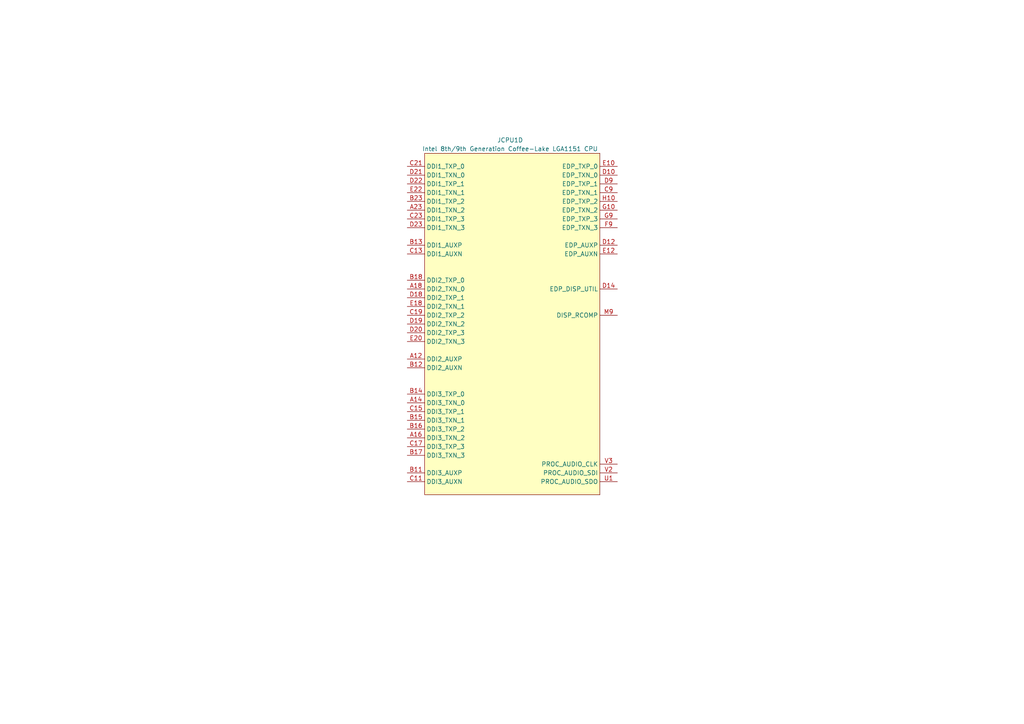
<source format=kicad_sch>
(kicad_sch (version 20250114) (generator "eeschema") (generator_version "9.0")
  (paper "A4")
  (title_block (title "CPU Display outputs") (company "WifiCable"))
  (lib_symbols
    (symbol "A-my-stuff:Intel_CFL_1151"
      (property "Reference" "JCPU" (at 0 97.79 0))
      (property "Value" "Intel 8th/9th Generation Coffee-Lake LGA1151 CPU" (at 0 95.25 0))
      (symbol "Intel_CFL_1151_1_1"
        (pin input line (at -39.37 90.17 0) (length 5.08) (name "DDR0_DQ_0/DDR0_DQ_0") (number "AE38"))
        (pin input line (at -39.37 87.63 0) (length 5.08) (name "DDR0_DQ_1/DDR0_DQ_1") (number "AE37"))
        (pin input line (at -39.37 85.09 0) (length 5.08) (name "DDR0_DQ_2/DDR0_DQ_2") (number "AG38"))
        (pin input line (at -39.37 82.55 0) (length 5.08) (name "DDR0_DQ_3/DDR0_DQ_3") (number "AG37"))
        (pin input line (at -39.37 80.01 0) (length 5.08) (name "DDR0_DQ_4/DDR0_DQ_4") (number "AE39"))
        (pin input line (at -39.37 77.47 0) (length 5.08) (name "DDR0_DQ_5/DDR0_DQ_5") (number "AE40"))
        (pin input line (at -39.37 74.93 0) (length 5.08) (name "DDR0_DQ_6/DDR0_DQ_6") (number "AG39"))
        (pin input line (at -39.37 72.39 0) (length 5.08) (name "DDR0_DQ_7/DDR0_DQ_7") (number "AG40"))
        (pin input line (at -39.37 69.85 0) (length 5.08) (name "DDR0_DQ_8/DDR0_DQ_8") (number "AJ38"))
        (pin input line (at -39.37 67.31 0) (length 5.08) (name "DDR0_DQ_9/DDR0_DQ_9") (number "AJ37"))
        (pin input line (at -39.37 64.77 0) (length 5.08) (name "DDR0_DQ_10/DDR0_DQ_10") (number "AL38"))
        (pin input line (at -39.37 62.23 0) (length 5.08) (name "DDR0_DQ_11/DDR0_DQ_11") (number "AL37"))
        (pin input line (at -39.37 59.69 0) (length 5.08) (name "DDR0_DQ_12/DDR0_DQ_12") (number "AJ40"))
        (pin input line (at -39.37 57.15 0) (length 5.08) (name "DDR0_DQ_13/DDR0_DQ_13") (number "AJ39"))
        (pin input line (at -39.37 54.61 0) (length 5.08) (name "DDR0_DQ_14/DDR0_DQ_14") (number "AL39"))
        (pin input line (at -39.37 52.07 0) (length 5.08) (name "DDR0_DQ_15/DDR0_DQ_15") (number "AL40"))
        (pin input line (at -39.37 48.26 0) (length 5.08) (name "DDR0_DQ_16/DDR0_DQ_32") (number "AN38"))
        (pin input line (at -39.37 45.72 0) (length 5.08) (name "DDR0_DQ_17/DDR0_DQ_33") (number "AN40"))
        (pin input line (at -39.37 43.18 0) (length 5.08) (name "DDR0_DQ_18/DDR0_DQ_34") (number "AR38"))
        (pin input line (at -39.37 40.64 0) (length 5.08) (name "DDR0_DQ_19/DDR0_DQ_35") (number "AR37"))
        (pin input line (at -39.37 38.1 0) (length 5.08) (name "DDR0_DQ_20/DDR0_DQ_36") (number "AN39"))
        (pin input line (at -39.37 35.56 0) (length 5.08) (name "DDR0_DQ_21/DDR0_DQ_37") (number "AN37"))
        (pin input line (at -39.37 33.02 0) (length 5.08) (name "DDR0_DQ_22/DDR0_DQ_38") (number "AR39"))
        (pin input line (at -39.37 30.48 0) (length 5.08) (name "DDR0_DQ_23/DDR0_DQ_39") (number "AR40"))
        (pin input line (at -39.37 27.94 0) (length 5.08) (name "DDR0_DQ_24/DDR0_DQ_40") (number "AW37"))
        (pin input line (at -39.37 25.4 0) (length 5.08) (name "DDR0_DQ_25/DDR0_DQ_41") (number "AU38"))
        (pin input line (at -39.37 22.86 0) (length 5.08) (name "DDR0_DQ_26/DDR0_DQ_42") (number "AV35"))
        (pin input line (at -39.37 20.32 0) (length 5.08) (name "DDR0_DQ_27/DDR0_DQ_43") (number "AW35"))
        (pin input line (at -39.37 17.78 0) (length 5.08) (name "DDR0_DQ_28/DDR0_DQ_44") (number "AU37"))
        (pin input line (at -39.37 15.24 0) (length 5.08) (name "DDR0_DQ_29/DDR0_DQ_45") (number "AV37"))
        (pin input line (at -39.37 12.7 0) (length 5.08) (name "DDR0_DQ_30/DDR0_DQ_46") (number "AT35"))
        (pin input line (at -39.37 10.16 0) (length 5.08) (name "DDR0_DQ_31/DDR0_DQ_47") (number "AU35"))
        (pin input line (at -39.37 6.35 0) (length 5.08) (name "DDR0_DQ_32/DDR1_DQ_0") (number "AY8"))
        (pin input line (at -39.37 3.81 0) (length 5.08) (name "DDR0_DQ_33/DDR1_DQ_1") (number "AW8"))
        (pin input line (at -39.37 1.27 0) (length 5.08) (name "DDR0_DQ_34/DDR1_DQ_2") (number "AV6"))
        (pin input line (at -39.37 -1.27 0) (length 5.08) (name "DDR0_DQ_35/DDR1_DQ_3") (number "AU6"))
        (pin input line (at -39.37 -3.81 0) (length 5.08) (name "DDR0_DQ_36/DDR1_DQ_4") (number "AU8"))
        (pin input line (at -39.37 -6.35 0) (length 5.08) (name "DDR0_DQ_37/DDR1_DQ_5") (number "AV8"))
        (pin input line (at -39.37 -8.89 0) (length 5.08) (name "DDR0_DQ_38/DDR1_DQ_6") (number "AW6"))
        (pin input line (at -39.37 -11.43 0) (length 5.08) (name "DDR0_DQ_39/DDR1_DQ_7") (number "AY6"))
        (pin input line (at -39.37 -13.97 0) (length 5.08) (name "DDR0_DQ_40/DDR1_DQ_8") (number "AY4"))
        (pin input line (at -39.37 -16.51 0) (length 5.08) (name "DDR0_DQ_41/DDR1_DQ_9") (number "AV4"))
        (pin input line (at -39.37 -19.05 0) (length 5.08) (name "DDR0_DQ_42/DDR1_DQ_10") (number "AT1"))
        (pin input line (at -39.37 -21.59 0) (length 5.08) (name "DDR0_DQ_43/DDR1_DQ_11") (number "AT2"))
        (pin input line (at -39.37 -24.13 0) (length 5.08) (name "DDR0_DQ_44/DDR1_DQ_12") (number "AV3"))
        (pin input line (at -39.37 -26.67 0) (length 5.08) (name "DDR0_DQ_45/DDR1_DQ_13") (number "AW4"))
        (pin input line (at -39.37 -29.21 0) (length 5.08) (name "DDR0_DQ_46/DDR1_DQ_14") (number "AT4"))
        (pin input line (at -39.37 -31.75 0) (length 5.08) (name "DDR0_DQ_47/DDR1_DQ_15") (number "AT3"))
        (pin input line (at -39.37 -35.56 0) (length 5.08) (name "DDR0_DQ_48/DDR1_DQ_32") (number "AP2"))
        (pin input line (at -39.37 -38.1 0) (length 5.08) (name "DDR0_DQ_49/DDR1_DQ_33") (number "AM4"))
        (pin input line (at -39.37 -40.64 0) (length 5.08) (name "DDR0_DQ_50/DDR1_DQ_34") (number "AP3"))
        (pin input line (at -39.37 -43.18 0) (length 5.08) (name "DDR0_DQ_51/DDR1_DQ_35") (number "AM3"))
        (pin input line (at -39.37 -45.72 0) (length 5.08) (name "DDR0_DQ_52/DDR1_DQ_36") (number "AP4"))
        (pin input line (at -39.37 -48.26 0) (length 5.08) (name "DDR0_DQ_53/DDR1_DQ_37") (number "AM2"))
        (pin input line (at -39.37 -50.8 0) (length 5.08) (name "DDR0_DQ_54/DDR1_DQ_38") (number "AP1"))
        (pin input line (at -39.37 -53.34 0) (length 5.08) (name "DDR0_DQ_55/DDR1_DQ_39") (number "AM1"))
        (pin input line (at -39.37 -55.88 0) (length 5.08) (name "DDR0_DQ_56/DDR1_DQ_40") (number "AK3"))
        (pin input line (at -39.37 -58.42 0) (length 5.08) (name "DDR0_DQ_57/DDR1_DQ_41") (number "AH1"))
        (pin input line (at -39.37 -60.96 0) (length 5.08) (name "DDR0_DQ_58/DDR1_DQ_42") (number "AK4"))
        (pin input line (at -39.37 -63.5 0) (length 5.08) (name "DDR0_DQ_59/DDR1_DQ_43") (number "AH2"))
        (pin input line (at -39.37 -66.04 0) (length 5.08) (name "DDR0_DQ_60/DDR1_DQ_44") (number "AH4"))
        (pin input line (at -39.37 -68.58 0) (length 5.08) (name "DDR0_DQ_61/DDR1_DQ_45") (number "AK2"))
        (pin input line (at -39.37 -71.12 0) (length 5.08) (name "DDR0_DQ_62/DDR1_DQ_46") (number "AH3"))
        (pin input line (at -39.37 -73.66 0) (length 5.08) (name "DDR0_DQ_63/DDR1_DQ_47") (number "AK1"))
        (pin input line (at -39.37 -77.47 0) (length 5.08) (name "DDR0_ECC_0") (number "AU33"))
        (pin input line (at -39.37 -80.01 0) (length 5.08) (name "DDR0_ECC_1") (number "AT33"))
        (pin input line (at -39.37 -82.55 0) (length 5.08) (name "DDR0_ECC_2") (number "AW33"))
        (pin input line (at -39.37 -85.09 0) (length 5.08) (name "DDR0_ECC_3") (number "AV31"))
        (pin input line (at -39.37 -87.63 0) (length 5.08) (name "DDR0_ECC_4") (number "AU31"))
        (pin input line (at -39.37 -90.17 0) (length 5.08) (name "DDR0_ECC_5") (number "AV33"))
        (pin input line (at -39.37 -92.71 0) (length 5.08) (name "DDR0_ECC_6") (number "AW31"))
        (pin input line (at -39.37 -95.25 0) (length 5.08) (name "DDR0_ECC_7") (number "AY31"))
        (pin input line (at 39.37 90.17 180) (length 5.08) (name "DDR0_CKP_0") (number "AW18"))
        (pin input line (at 39.37 87.63 180) (length 5.08) (name "DDR0_CKN_0") (number "AV18"))
        (pin input line (at 39.37 85.09 180) (length 5.08) (name "DDR0_CKP_1") (number "AW17"))
        (pin input line (at 39.37 82.55 180) (length 5.08) (name "DDR0_CKN_1") (number "AY17"))
        (pin input line (at 39.37 80.01 180) (length 5.08) (name "DDR0_CKP_2") (number "AW16"))
        (pin input line (at 39.37 77.47 180) (length 5.08) (name "DDR0_CKN_2") (number "AV16"))
        (pin input line (at 39.37 74.93 180) (length 5.08) (name "DDR0_CKP_3") (number "AT16"))
        (pin input line (at 39.37 72.39 180) (length 5.08) (name "DDR0_CKN_3") (number "AU16"))
        (pin input line (at 39.37 67.31 180) (length 5.08) (name "DDR0_CKE_0") (number "AY24"))
        (pin input line (at 39.37 64.77 180) (length 5.08) (name "DDR0_CKE_1") (number "AW24"))
        (pin input line (at 39.37 62.23 180) (length 5.08) (name "DDR0_CKE_2") (number "AV24"))
        (pin input line (at 39.37 59.69 180) (length 5.08) (name "DDR0_CKE_3") (number "AV25"))
        (pin input line (at 39.37 54.61 180) (length 5.08) (name "DDR0_CS#_0") (number "AW12"))
        (pin input line (at 39.37 52.07 180) (length 5.08) (name "DDR0_CS#_1") (number "AU11"))
        (pin input line (at 39.37 49.53 180) (length 5.08) (name "DDR0_CS#_2") (number "AV13"))
        (pin input line (at 39.37 46.99 180) (length 5.08) (name "DDR0_CS#_3") (number "AV10"))
        (pin input line (at 39.37 41.91 180) (length 5.08) (name "DDR0_ODT_0") (number "AW11"))
        (pin input line (at 39.37 39.37 180) (length 5.08) (name "DDR0_ODT_1") (number "AU14"))
        (pin input line (at 39.37 36.83 180) (length 5.08) (name "DDR0_ODT_2") (number "AU12"))
        (pin input line (at 39.37 34.29 180) (length 5.08) (name "DDR0_ODT_3") (number "AY10"))
        (pin input line (at 39.37 29.21 180) (length 5.08) (name "DDR0_BA_0") (number "AY13"))
        (pin input line (at 39.37 26.67 180) (length 5.08) (name "DDR0_BA_1") (number "AV15"))
        (pin input line (at 39.37 24.13 180) (length 5.08) (name "DDR0_BG_0") (number "AW23"))
        (pin input line (at 39.37 19.05 180) (length 5.08) (name "DDR0_MA_16") (number "AW13"))
        (pin input line (at 39.37 16.51 180) (length 5.08) (name "DDR0_MA_14") (number "AV14"))
        (pin input line (at 39.37 13.97 180) (length 5.08) (name "DDR0_MA_15") (number "AY11"))
        (pin input line (at 39.37 8.89 180) (length 5.08) (name "DDR0_MA_0") (number "AW15"))
        (pin input line (at 39.37 6.35 180) (length 5.08) (name "DDR0_MA_1") (number "AU18"))
        (pin input line (at 39.37 3.81 180) (length 5.08) (name "DDR0_MA_2") (number "AU17"))
        (pin input line (at 39.37 1.27 180) (length 5.08) (name "DDR0_MA_3") (number "AV19"))
        (pin input line (at 39.37 -1.27 180) (length 5.08) (name "DDR0_MA_4") (number "AT19"))
        (pin input line (at 39.37 -3.81 180) (length 5.08) (name "DDR0_MA_5") (number "AU20"))
        (pin input line (at 39.37 -6.35 180) (length 5.08) (name "DDR0_MA_6") (number "AV20"))
        (pin input line (at 39.37 -8.89 180) (length 5.08) (name "DDR0_MA_7") (number "AU21"))
        (pin input line (at 39.37 -11.43 180) (length 5.08) (name "DDR0_MA_8") (number "AT20"))
        (pin input line (at 39.37 -13.97 180) (length 5.08) (name "DDR0_MA_9") (number "AT22"))
        (pin input line (at 39.37 -16.51 180) (length 5.08) (name "DDR0_MA_10") (number "AY14"))
        (pin input line (at 39.37 -19.05 180) (length 5.08) (name "DDR0_MA_11") (number "AU22"))
        (pin input line (at 39.37 -21.59 180) (length 5.08) (name "DDR0_MA_12") (number "AV22"))
        (pin input line (at 39.37 -24.13 180) (length 5.08) (name "DDR0_MA_13") (number "AV12"))
        (pin input line (at 39.37 -26.67 180) (length 5.08) (name "DDR0_BG_1") (number "AV23"))
        (pin input line (at 39.37 -29.21 180) (length 5.08) (name "DDR0_ACT#") (number "AU24"))
        (pin input line (at 39.37 -34.29 180) (length 5.08) (name "DDR0_PAR") (number "AY15"))
        (pin input line (at 39.37 -36.83 180) (length 5.08) (name "DDR0_ALERT#") (number "AT23"))
        (pin input line (at 39.37 -41.91 180) (length 5.08) (name "DDR0_DQSP_0/DDR0_DQSP_0") (number "AF38"))
        (pin input line (at 39.37 -44.45 180) (length 5.08) (name "DDR0_DQSN_0/DDR0_DQSN_0") (number "AF39"))
        (pin input line (at 39.37 -48.26 180) (length 5.08) (name "DDR0_DQSP_1/DDR0_DQSP_1") (number "AK38"))
        (pin input line (at 39.37 -50.8 180) (length 5.08) (name "DDR0_DQSN_1/DDR0_DQSN_1") (number "AK39"))
        (pin input line (at 39.37 -54.61 180) (length 5.08) (name "DDR0_DQSP_2/DDR0_DQSP_4") (number "AP38"))
        (pin input line (at 39.37 -57.15 180) (length 5.08) (name "DDR0_DQSN_2/DDR0_DQSN_4") (number "AP39"))
        (pin input line (at 39.37 -60.96 180) (length 5.08) (name "DDR0_DQSP_3/DDR0_DQSP_5") (number "AV36"))
        (pin input line (at 39.37 -63.5 180) (length 5.08) (name "DDR0_DQSN_3/DDR0_DQSN_5") (number "AU36"))
        (pin input line (at 39.37 -67.31 180) (length 5.08) (name "DDR0_DQSP_4/DDR1_DQSP_0") (number "AV7"))
        (pin input line (at 39.37 -69.85 180) (length 5.08) (name "DDR0_DQSN_4/DDR1_DQSN_0") (number "AW7"))
        (pin input line (at 39.37 -73.66 180) (length 5.08) (name "DDR0_DQSP_5/DDR1_DQSP_1") (number "AU2"))
        (pin input line (at 39.37 -76.2 180) (length 5.08) (name "DDR0_DQSN_5/DDR1_DQSN_1") (number "AU3"))
        (pin input line (at 39.37 -80.01 180) (length 5.08) (name "DDR0_DQSP_6/DDR1_DQSP_4") (number "AN2"))
        (pin input line (at 39.37 -82.55 180) (length 5.08) (name "DDR0_DQSN_6/DDR1_DQSN_4") (number "AN3"))
        (pin input line (at 39.37 -86.36 180) (length 5.08) (name "DDR0_DQSP_7/DDR1_DQSP_5") (number "AJ2"))
        (pin input line (at 39.37 -88.9 180) (length 5.08) (name "DDR0_DQSN_7/DDR1_DQSN_5") (number "AJ3"))
        (pin input line (at 39.37 -92.71 180) (length 5.08) (name "DDR0_DQSP_8/DDR0_DQSP_8") (number "AV32"))
        (pin input line (at 39.37 -95.25 180) (length 5.08) (name "DDR0_DQSN_8/DDR0_DQSN_8") (number "AU32"))
      )
      (symbol "Intel_CFL_1151_2_1"
        (pin input line (at -39.37 90.17 0) (length 5.08) (name "DDR1_DQ_0/DDR0_DQ_16") (number "AD34"))
        (pin input line (at -39.37 87.63 0) (length 5.08) (name "DDR1_DQ_1/DDR0_DQ_17") (number "AD35"))
        (pin input line (at -39.37 85.09 0) (length 5.08) (name "DDR1_DQ_2/DDR0_DQ_18") (number "AG35"))
        (pin input line (at -39.37 82.55 0) (length 5.08) (name "DDR1_DQ_3/DDR0_DQ_19") (number "AH35"))
        (pin input line (at -39.37 80.01 0) (length 5.08) (name "DDR1_DQ_4/DDR0_DQ_20") (number "AE35"))
        (pin input line (at -39.37 77.47 0) (length 5.08) (name "DDR1_DQ_5/DDR0_DQ_21") (number "AE34"))
        (pin input line (at -39.37 74.93 0) (length 5.08) (name "DDR1_DQ_6/DDR0_DQ_22") (number "AG34"))
        (pin input line (at -39.37 72.39 0) (length 5.08) (name "DDR1_DQ_7/DDR0_DQ_23") (number "AH34"))
        (pin input line (at -39.37 69.85 0) (length 5.08) (name "DDR1_DQ_8/DDR0_DQ_24") (number "AK35"))
        (pin input line (at -39.37 67.31 0) (length 5.08) (name "DDR1_DQ_9/DDR0_DQ_25") (number "AL35"))
        (pin input line (at -39.37 64.77 0) (length 5.08) (name "DDR1_DQ_10/DDR0_DQ_26") (number "AK32"))
        (pin input line (at -39.37 62.23 0) (length 5.08) (name "DDR1_DQ_11/DDR0_DQ_27") (number "AL32"))
        (pin input line (at -39.37 59.69 0) (length 5.08) (name "DDR1_DQ_12/DDR0_DQ_28") (number "AK34"))
        (pin input line (at -39.37 57.15 0) (length 5.08) (name "DDR1_DQ_13/DDR0_DQ_29") (number "AL34"))
        (pin input line (at -39.37 54.61 0) (length 5.08) (name "DDR1_DQ_14/DDR0_DQ_30") (number "AK31"))
        (pin input line (at -39.37 52.07 0) (length 5.08) (name "DDR1_DQ_15/DDR0_DQ_31") (number "AL31"))
        (pin input line (at -39.37 48.26 0) (length 5.08) (name "DDR1_DQ_16/DDR0_DQ_48") (number "AP35"))
        (pin input line (at -39.37 45.72 0) (length 5.08) (name "DDR1_DQ_17/DDR0_DQ_49") (number "AN35"))
        (pin input line (at -39.37 43.18 0) (length 5.08) (name "DDR1_DQ_18/DDR0_DQ_50") (number "AN32"))
        (pin input line (at -39.37 40.64 0) (length 5.08) (name "DDR1_DQ_19/DDR0_DQ_51") (number "AP32"))
        (pin input line (at -39.37 38.1 0) (length 5.08) (name "DDR1_DQ_20/DDR0_DQ_52") (number "AN34"))
        (pin input line (at -39.37 35.56 0) (length 5.08) (name "DDR1_DQ_21/DDR0_DQ_53") (number "AP34"))
        (pin input line (at -39.37 33.02 0) (length 5.08) (name "DDR1_DQ_22/DDR0_DQ_54") (number "AN31"))
        (pin input line (at -39.37 30.48 0) (length 5.08) (name "DDR1_DQ_23/DDR0_DQ_55") (number "AP31"))
        (pin input line (at -39.37 27.94 0) (length 5.08) (name "DDR1_DQ_24/DDR0_DQ_56") (number "AL29"))
        (pin input line (at -39.37 25.4 0) (length 5.08) (name "DDR1_DQ_25/DDR0_DQ_57") (number "AM29"))
        (pin input line (at -39.37 22.86 0) (length 5.08) (name "DDR1_DQ_26/DDR0_DQ_58") (number "AP29"))
        (pin input line (at -39.37 20.32 0) (length 5.08) (name "DDR1_DQ_27/DDR0_DQ_59") (number "AR29"))
        (pin input line (at -39.37 17.78 0) (length 5.08) (name "DDR1_DQ_28/DDR0_DQ_60") (number "AM28"))
        (pin input line (at -39.37 15.24 0) (length 5.08) (name "DDR1_DQ_29/DDR0_DQ_61") (number "AL28"))
        (pin input line (at -39.37 12.7 0) (length 5.08) (name "DDR1_DQ_30/DDR0_DQ_62") (number "AR28"))
        (pin input line (at -39.37 10.16 0) (length 5.08) (name "DDR1_DQ_31/DDR0_DQ_63") (number "AP28"))
        (pin input line (at -39.37 6.35 0) (length 5.08) (name "DDR1_DQ_32/DDR1_DQ_16") (number "AR12"))
        (pin input line (at -39.37 3.81 0) (length 5.08) (name "DDR1_DQ_33/DDR1_DQ_17") (number "AP12"))
        (pin input line (at -39.37 1.27 0) (length 5.08) (name "DDR1_DQ_34/DDR1_DQ_18") (number "AM13"))
        (pin input line (at -39.37 -1.27 0) (length 5.08) (name "DDR1_DQ_35/DDR1_DQ_19") (number "AL13"))
        (pin input line (at -39.37 -3.81 0) (length 5.08) (name "DDR1_DQ_36/DDR1_DQ_20") (number "AR13"))
        (pin input line (at -39.37 -6.35 0) (length 5.08) (name "DDR1_DQ_37/DDR1_DQ_21") (number "AP13"))
        (pin input line (at -39.37 -8.89 0) (length 5.08) (name "DDR1_DQ_38/DDR1_DQ_22") (number "AM12"))
        (pin input line (at -39.37 -11.43 0) (length 5.08) (name "DDR1_DQ_39/DDR1_DQ_23") (number "AL12"))
        (pin input line (at -39.37 -13.97 0) (length 5.08) (name "DDR1_DQ_40/DDR1_DQ_24") (number "AP10"))
        (pin input line (at -39.37 -16.51 0) (length 5.08) (name "DDR1_DQ_41/DDR1_DQ_25") (number "AR10"))
        (pin input line (at -39.37 -19.05 0) (length 5.08) (name "DDR1_DQ_42/DDR1_DQ_26") (number "AR7"))
        (pin input line (at -39.37 -21.59 0) (length 5.08) (name "DDR1_DQ_43/DDR1_DQ_27") (number "AP7"))
        (pin input line (at -39.37 -24.13 0) (length 5.08) (name "DDR1_DQ_44/DDR1_DQ_28") (number "AR9"))
        (pin input line (at -39.37 -26.67 0) (length 5.08) (name "DDR1_DQ_45/DDR1_DQ_29") (number "AP9"))
        (pin input line (at -39.37 -29.21 0) (length 5.08) (name "DDR1_DQ_46/DDR1_DQ_30") (number "AR6"))
        (pin input line (at -39.37 -31.75 0) (length 5.08) (name "DDR1_DQ_47/DDR1_DQ_31") (number "AP6"))
        (pin input line (at -39.37 -35.56 0) (length 5.08) (name "DDR1_DQ_48/DDR1_DQ_48") (number "AM10"))
        (pin input line (at -39.37 -38.1 0) (length 5.08) (name "DDR1_DQ_49/DDR1_DQ_49") (number "AL10"))
        (pin input line (at -39.37 -40.64 0) (length 5.08) (name "DDR1_DQ_50/DDR1_DQ_50") (number "AM7"))
        (pin input line (at -39.37 -43.18 0) (length 5.08) (name "DDR1_DQ_51/DDR1_DQ_51") (number "AL7"))
        (pin input line (at -39.37 -45.72 0) (length 5.08) (name "DDR1_DQ_52/DDR1_DQ_52") (number "AM9"))
        (pin input line (at -39.37 -48.26 0) (length 5.08) (name "DDR1_DQ_53/DDR1_DQ_53") (number "AL9"))
        (pin input line (at -39.37 -50.8 0) (length 5.08) (name "DDR1_DQ_54/DDR1_DQ_54") (number "AM6"))
        (pin input line (at -39.37 -53.34 0) (length 5.08) (name "DDR1_DQ_55/DDR1_DQ_55") (number "AL6"))
        (pin input line (at -39.37 -55.88 0) (length 5.08) (name "DDR1_DQ_56/DDR1_DQ_56") (number "AJ6"))
        (pin input line (at -39.37 -58.42 0) (length 5.08) (name "DDR1_DQ_57/DDR1_DQ_57") (number "AJ7"))
        (pin input line (at -39.37 -60.96 0) (length 5.08) (name "DDR1_DQ_58/DDR1_DQ_58") (number "AE6"))
        (pin input line (at -39.37 -63.5 0) (length 5.08) (name "DDR1_DQ_59/DDR1_DQ_59") (number "AF7"))
        (pin input line (at -39.37 -66.04 0) (length 5.08) (name "DDR1_DQ_60/DDR1_DQ_60") (number "AH7"))
        (pin input line (at -39.37 -68.58 0) (length 5.08) (name "DDR1_DQ_61/DDR1_DQ_61") (number "AH6"))
        (pin input line (at -39.37 -71.12 0) (length 5.08) (name "DDR1_DQ_62/DDR1_DQ_62") (number "AE7"))
        (pin input line (at -39.37 -73.66 0) (length 5.08) (name "DDR1_DQ_63/DDR1_DQ_63") (number "AF6"))
        (pin input line (at -39.37 -77.47 0) (length 5.08) (name "DDR1_ECC_0") (number "AR25"))
        (pin input line (at -39.37 -80.01 0) (length 5.08) (name "DDR1_ECC_1") (number "AR26"))
        (pin input line (at -39.37 -82.55 0) (length 5.08) (name "DDR1_ECC_2") (number "AM26"))
        (pin input line (at -39.37 -85.09 0) (length 5.08) (name "DDR1_ECC_3") (number "AM25"))
        (pin input line (at -39.37 -87.63 0) (length 5.08) (name "DDR1_ECC_4") (number "AP26"))
        (pin input line (at -39.37 -90.17 0) (length 5.08) (name "DDR1_ECC_5") (number "AP25"))
        (pin input line (at -39.37 -92.71 0) (length 5.08) (name "DDR1_ECC_6") (number "AL25"))
        (pin input line (at -39.37 -95.25 0) (length 5.08) (name "DDR1_ECC_7") (number "AL26"))
        (pin input line (at 39.37 90.17 180) (length 5.08) (name "DDR1_CKP_0") (number "AM20"))
        (pin input line (at 39.37 87.63 180) (length 5.08) (name "DDR1_CKN_0") (number "AM21"))
        (pin input line (at 39.37 85.09 180) (length 5.08) (name "DDR1_CKP_1") (number "AP22"))
        (pin input line (at 39.37 82.55 180) (length 5.08) (name "DDR1_CKN_1") (number "AP21"))
        (pin input line (at 39.37 80.01 180) (length 5.08) (name "DDR1_CKP_2") (number "AN20"))
        (pin input line (at 39.37 77.47 180) (length 5.08) (name "DDR1_CKN_2") (number "AN21"))
        (pin input line (at 39.37 74.93 180) (length 5.08) (name "DDR1_CKP_3") (number "AP19"))
        (pin input line (at 39.37 72.39 180) (length 5.08) (name "DDR1_CKN_3") (number "AP20"))
        (pin input line (at 39.37 67.31 180) (length 5.08) (name "DDR1_CKE_0") (number "AY29"))
        (pin input line (at 39.37 64.77 180) (length 5.08) (name "DDR1_CKE_1") (number "AV29"))
        (pin input line (at 39.37 62.23 180) (length 5.08) (name "DDR1_CKE_2") (number "AW29"))
        (pin input line (at 39.37 59.69 180) (length 5.08) (name "DDR1_CKE_3") (number "AU29"))
        (pin input line (at 39.37 54.61 180) (length 5.08) (name "DDR1_CS#_0") (number "AP17"))
        (pin input line (at 39.37 52.07 180) (length 5.08) (name "DDR1_CS#_1") (number "AN15"))
        (pin input line (at 39.37 49.53 180) (length 5.08) (name "DDR1_CS#_2") (number "AN17"))
        (pin input line (at 39.37 46.99 180) (length 5.08) (name "DDR1_CS#_3") (number "AM15"))
        (pin input line (at 39.37 41.91 180) (length 5.08) (name "DDR1_ODT_0") (number "AM16"))
        (pin input line (at 39.37 39.37 180) (length 5.08) (name "DDR1_ODT_1") (number "AL16"))
        (pin input line (at 39.37 36.83 180) (length 5.08) (name "DDR1_ODT_2") (number "AP15"))
        (pin input line (at 39.37 34.29 180) (length 5.08) (name "DDR1_ODT_3") (number "AL15"))
        (pin input line (at 39.37 29.21 180) (length 5.08) (name "DDR1_BA_0") (number "AL18"))
        (pin input line (at 39.37 26.67 180) (length 5.08) (name "DDR1_BA_1") (number "AM18"))
        (pin input line (at 39.37 24.13 180) (length 5.08) (name "DDR1_BG_0") (number "AW28"))
        (pin input line (at 39.37 19.05 180) (length 5.08) (name "DDR1_MA_16") (number "AN18"))
        (pin input line (at 39.37 16.51 180) (length 5.08) (name "DDR1_MA_14") (number "AL17"))
        (pin input line (at 39.37 13.97 180) (length 5.08) (name "DDR1_MA_15") (number "AP16"))
        (pin input line (at 39.37 8.89 180) (length 5.08) (name "DDR1_MA_0") (number "AL19"))
        (pin input line (at 39.37 6.35 180) (length 5.08) (name "DDR1_MA_1") (number "AL22"))
        (pin input line (at 39.37 3.81 180) (length 5.08) (name "DDR1_MA_2") (number "AM22"))
        (pin input line (at 39.37 1.27 180) (length 5.08) (name "DDR1_MA_3") (number "AM23"))
        (pin input line (at 39.37 -1.27 180) (length 5.08) (name "DDR1_MA_4") (number "AP23"))
        (pin input line (at 39.37 -3.81 180) (length 5.08) (name "DDR1_MA_5") (number "AL23"))
        (pin input line (at 39.37 -6.35 180) (length 5.08) (name "DDR1_MA_6") (number "AW26"))
        (pin input line (at 39.37 -8.89 180) (length 5.08) (name "DDR1_MA_7") (number "AY26"))
        (pin input line (at 39.37 -11.43 180) (length 5.08) (name "DDR1_MA_8") (number "AU26"))
        (pin input line (at 39.37 -13.97 180) (length 5.08) (name "DDR1_MA_9") (number "AW27"))
        (pin input line (at 39.37 -16.51 180) (length 5.08) (name "DDR1_MA_10") (number "AP18"))
        (pin input line (at 39.37 -19.05 180) (length 5.08) (name "DDR1_MA_11") (number "AU27"))
        (pin input line (at 39.37 -21.59 180) (length 5.08) (name "DDR1_MA_12") (number "AV27"))
        (pin input line (at 39.37 -24.13 180) (length 5.08) (name "DDR1_MA_13") (number "AR15"))
        (pin input line (at 39.37 -26.67 180) (length 5.08) (name "DDR1_BG_1") (number "AY28"))
        (pin input line (at 39.37 -29.21 180) (length 5.08) (name "DDR1_ACT#") (number "AU28"))
        (pin input line (at 39.37 -34.29 180) (length 5.08) (name "DDR1_PAR") (number "AL20"))
        (pin input line (at 39.37 -36.83 180) (length 5.08) (name "DDR1_ALERT#") (number "AY25"))
        (pin input line (at 39.37 -41.91 180) (length 5.08) (name "DDR1_DQSP_0/DDR0_DQSP_2") (number "AF35"))
        (pin input line (at 39.37 -44.45 180) (length 5.08) (name "DDR1_DQSN_0/DDR0_DQSN_2") (number "AF34"))
        (pin input line (at 39.37 -48.26 180) (length 5.08) (name "DDR1_DQSP_1/DDR0_DQSP_3") (number "AL33"))
        (pin input line (at 39.37 -50.8 180) (length 5.08) (name "DDR1_DQSN_1/DDR0_DQSN_3") (number "AK33"))
        (pin input line (at 39.37 -54.61 180) (length 5.08) (name "DDR1_DQSP_2/DDR0_DQSP_6") (number "AP33"))
        (pin input line (at 39.37 -57.15 180) (length 5.08) (name "DDR1_DQSN_2/DDR0_DQSN_6") (number "AN33"))
        (pin input line (at 39.37 -60.96 180) (length 5.08) (name "DDR1_DQSP_3/DDR0_DQSP_7") (number "AN28"))
        (pin input line (at 39.37 -63.5 180) (length 5.08) (name "DDR1_DQSN_3/DDR0_DQSN_7") (number "AN29"))
        (pin input line (at 39.37 -67.31 180) (length 5.08) (name "DDR1_DQSP_4/DDR1_DQSP_2") (number "AN12"))
        (pin input line (at 39.37 -69.85 180) (length 5.08) (name "DDR1_DQSN_4/DDR1_DQSN_2") (number "AN13"))
        (pin input line (at 39.37 -73.66 180) (length 5.08) (name "DDR1_DQSP_5/DDR1_DQSP_3") (number "AP8"))
        (pin input line (at 39.37 -76.2 180) (length 5.08) (name "DDR1_DQSN_5/DDR1_DQSN_3") (number "AR8"))
        (pin input line (at 39.37 -80.01 180) (length 5.08) (name "DDR1_DQSP_6/DDR1_DQSP_6") (number "AL8"))
        (pin input line (at 39.37 -82.55 180) (length 5.08) (name "DDR1_DQSN_6/DDR1_DQSN_6") (number "AM8"))
        (pin input line (at 39.37 -86.36 180) (length 5.08) (name "DDR1_DQSP_7/DDR1_DQSP_7") (number "AG7"))
        (pin input line (at 39.37 -88.9 180) (length 5.08) (name "DDR1_DQSN_7/DDR1_DQSN_7") (number "AG6"))
        (pin input line (at 39.37 -92.71 180) (length 5.08) (name "DDR1_DQSP_8/DDR1_DQSP_8") (number "AN25"))
        (pin input line (at 39.37 -95.25 180) (length 5.08) (name "DDR1_DQSN_8/DDR1_DQSN_8") (number "AN26"))
        (pin input line (at 39.37 -100.33 180) (length 5.08) (name "DDR_VREF_CA") (number "AB40"))
        (pin input line (at 39.37 -102.87 180) (length 5.08) (name "DDR0_VREF_DQ") (number "AC40"))
        (pin input line (at 39.37 -105.41 180) (length 5.08) (name "DDR1_VREF_DQ") (number "AC39"))
      )
      (symbol "Intel_CFL_1151_3_1"
        (pin input line (at -30.48 90.17 0) (length 5.08) (name "PEG_RXP_0") (number "B8"))
        (pin input line (at -30.48 87.63 0) (length 5.08) (name "PEG_RXN_0") (number "B7"))
        (pin input line (at -30.48 82.55 0) (length 5.08) (name "PEG_RXP_1") (number "C7"))
        (pin input line (at -30.48 80.01 0) (length 5.08) (name "PEG_RXN_1") (number "C6"))
        (pin input line (at -30.48 74.93 0) (length 5.08) (name "PEG_RXP_2") (number "D6"))
        (pin input line (at -30.48 72.39 0) (length 5.08) (name "PEG_RXN_2") (number "D5"))
        (pin input line (at -30.48 67.31 0) (length 5.08) (name "PEG_RXP_3") (number "E5"))
        (pin input line (at -30.48 64.77 0) (length 5.08) (name "PEG_RXN_3") (number "E4"))
        (pin input line (at -30.48 59.69 0) (length 5.08) (name "PEG_RXP_4") (number "F6"))
        (pin input line (at -30.48 57.15 0) (length 5.08) (name "PEG_RXN_4") (number "F5"))
        (pin input line (at -30.48 52.07 0) (length 5.08) (name "PEG_RXP_5") (number "G5"))
        (pin input line (at -30.48 49.53 0) (length 5.08) (name "PEG_RXN_5") (number "G4"))
        (pin input line (at -30.48 44.45 0) (length 5.08) (name "PEG_RXP_6") (number "H6"))
        (pin input line (at -30.48 41.91 0) (length 5.08) (name "PEG_RXN_6") (number "H5"))
        (pin input line (at -30.48 36.83 0) (length 5.08) (name "PEG_RXP_7") (number "J5"))
        (pin input line (at -30.48 34.29 0) (length 5.08) (name "PEG_RXN_7") (number "J4"))
        (pin input line (at -30.48 29.21 0) (length 5.08) (name "PEG_RXP_8") (number "K6"))
        (pin input line (at -30.48 26.67 0) (length 5.08) (name "PEG_RXN_8") (number "K5"))
        (pin input line (at -30.48 21.59 0) (length 5.08) (name "PEG_RXP_9") (number "L5"))
        (pin input line (at -30.48 19.05 0) (length 5.08) (name "PEG_RXN_9") (number "L4"))
        (pin input line (at -30.48 13.97 0) (length 5.08) (name "PEG_RXP_10") (number "M6"))
        (pin input line (at -30.48 11.43 0) (length 5.08) (name "PEG_RXN_10") (number "M5"))
        (pin input line (at -30.48 6.35 0) (length 5.08) (name "PEG_RXP_11") (number "N5"))
        (pin input line (at -30.48 3.81 0) (length 5.08) (name "PEG_RXN_11") (number "N4"))
        (pin input line (at -30.48 -1.27 0) (length 5.08) (name "PEG_RXP_12") (number "P6"))
        (pin input line (at -30.48 -3.81 0) (length 5.08) (name "PEG_RXN_12") (number "P5"))
        (pin input line (at -30.48 -8.89 0) (length 5.08) (name "PEG_RXP_13") (number "R5"))
        (pin input line (at -30.48 -11.43 0) (length 5.08) (name "PEG_RXN_13") (number "R4"))
        (pin input line (at -30.48 -16.51 0) (length 5.08) (name "PEG_RXP_14") (number "T6"))
        (pin input line (at -30.48 -19.05 0) (length 5.08) (name "PEG_RXN_14") (number "T5"))
        (pin input line (at -30.48 -24.13 0) (length 5.08) (name "PEG_RXP_15") (number "U5"))
        (pin input line (at -30.48 -26.67 0) (length 5.08) (name "PEG_RXN_15") (number "U4"))
        (pin input line (at -30.48 -31.75 0) (length 5.08) (name "PEG_RCOMP") (number "L7"))
        (pin input line (at -30.48 -41.91 0) (length 5.08) (name "DMI_RXP_0") (number "Y3"))
        (pin input line (at -30.48 -44.45 0) (length 5.08) (name "DMI_RXN_0") (number "Y4"))
        (pin input line (at -30.48 -49.53 0) (length 5.08) (name "DMI_RXP_1") (number "AA4"))
        (pin input line (at -30.48 -52.07 0) (length 5.08) (name "DMI_RXN_1") (number "AA5"))
        (pin input line (at -30.48 -57.15 0) (length 5.08) (name "DMI_RXP_2") (number "AB4"))
        (pin input line (at -30.48 -59.69 0) (length 5.08) (name "DMI_RXN_2") (number "AB3"))
        (pin input line (at -30.48 -64.77 0) (length 5.08) (name "DMI_RXP_3") (number "AC4"))
        (pin input line (at -30.48 -67.31 0) (length 5.08) (name "DMI_RXN_3") (number "AC5"))
        (pin input line (at 30.48 90.17 180) (length 5.08) (name "PEG_TXP_0") (number "A5"))
        (pin input line (at 30.48 87.63 180) (length 5.08) (name "PEG_TXN_0") (number "A6"))
        (pin input line (at 30.48 82.55 180) (length 5.08) (name "PEG_TXP_1") (number "B4"))
        (pin input line (at 30.48 80.01 180) (length 5.08) (name "PEG_TXN_1") (number "B5"))
        (pin input line (at 30.48 74.93 180) (length 5.08) (name "PEG_TXP_2") (number "C3"))
        (pin input line (at 30.48 72.39 180) (length 5.08) (name "PEG_TXN_2") (number "C4"))
        (pin input line (at 30.48 67.31 180) (length 5.08) (name "PEG_TXP_3") (number "D2"))
        (pin input line (at 30.48 64.77 180) (length 5.08) (name "PEG_TXN_3") (number "D3"))
        (pin input line (at 30.48 59.69 180) (length 5.08) (name "PEG_TXP_4") (number "E1"))
        (pin input line (at 30.48 57.15 180) (length 5.08) (name "PEG_TXN_4") (number "E2"))
        (pin input line (at 30.48 52.07 180) (length 5.08) (name "PEG_TXP_5") (number "F2"))
        (pin input line (at 30.48 49.53 180) (length 5.08) (name "PEG_TXN_5") (number "F3"))
        (pin input line (at 30.48 44.45 180) (length 5.08) (name "PEG_TXP_6") (number "G1"))
        (pin input line (at 30.48 41.91 180) (length 5.08) (name "PEG_TXN_6") (number "G2"))
        (pin input line (at 30.48 36.83 180) (length 5.08) (name "PEG_TXP_7") (number "H2"))
        (pin input line (at 30.48 34.29 180) (length 5.08) (name "PEG_TXN_7") (number "H3"))
        (pin input line (at 30.48 29.21 180) (length 5.08) (name "PEG_TXP_8") (number "J1"))
        (pin input line (at 30.48 26.67 180) (length 5.08) (name "PEG_TXN_8") (number "J2"))
        (pin input line (at 30.48 21.59 180) (length 5.08) (name "PEG_TXP_9") (number "K2"))
        (pin input line (at 30.48 19.05 180) (length 5.08) (name "PEG_TXN_9") (number "K3"))
        (pin input line (at 30.48 13.97 180) (length 5.08) (name "PEG_TXP_10") (number "L1"))
        (pin input line (at 30.48 11.43 180) (length 5.08) (name "PEG_TXN_10") (number "L2"))
        (pin input line (at 30.48 6.35 180) (length 5.08) (name "PEG_TXP_11") (number "M2"))
        (pin input line (at 30.48 3.81 180) (length 5.08) (name "PEG_TXN_11") (number "M3"))
        (pin input line (at 30.48 -1.27 180) (length 5.08) (name "PEG_TXP_12") (number "N1"))
        (pin input line (at 30.48 -3.81 180) (length 5.08) (name "PEG_TXN_12") (number "N2"))
        (pin input line (at 30.48 -8.89 180) (length 5.08) (name "PEG_TXP_13") (number "P2"))
        (pin input line (at 30.48 -11.43 180) (length 5.08) (name "PEG_TXN_13") (number "P3"))
        (pin input line (at 30.48 -16.51 180) (length 5.08) (name "PEG_TXP_14") (number "R2"))
        (pin input line (at 30.48 -19.05 180) (length 5.08) (name "PEG_TXN_14") (number "R1"))
        (pin input line (at 30.48 -24.13 180) (length 5.08) (name "PEG_TXP_15") (number "T2"))
        (pin input line (at 30.48 -26.67 180) (length 5.08) (name "PEG_TXN_15") (number "T3"))
        (pin input line (at 30.48 -41.91 180) (length 5.08) (name "DMI_TXP_0") (number "AC2"))
        (pin input line (at 30.48 -44.45 180) (length 5.08) (name "DMI_TXN_0") (number "AC1"))
        (pin input line (at 30.48 -49.53 180) (length 5.08) (name "DMI_TXP_1") (number "AD3"))
        (pin input line (at 30.48 -52.07 180) (length 5.08) (name "DMI_TXN_1") (number "AD2"))
        (pin input line (at 30.48 -57.15 180) (length 5.08) (name "DMI_TXP_2") (number "AE2"))
        (pin input line (at 30.48 -59.69 180) (length 5.08) (name "DMI_TXN_2") (number "AE1"))
        (pin input line (at 30.48 -64.77 180) (length 5.08) (name "DMI_TXP_3") (number "AF2"))
        (pin input line (at 30.48 -67.31 180) (length 5.08) (name "DMI_TXN_3") (number "AF3"))
      )
      (symbol "Intel_CFL_1151_4_1"
        (pin input line (at -30.48 90.17 0) (length 5.08) (name "DDI1_TXP_0") (number "C21"))
        (pin input line (at -30.48 87.63 0) (length 5.08) (name "DDI1_TXN_0") (number "D21"))
        (pin input line (at -30.48 85.09 0) (length 5.08) (name "DDI1_TXP_1") (number "D22"))
        (pin input line (at -30.48 82.55 0) (length 5.08) (name "DDI1_TXN_1") (number "E22"))
        (pin input line (at -30.48 80.01 0) (length 5.08) (name "DDI1_TXP_2") (number "B23"))
        (pin input line (at -30.48 77.47 0) (length 5.08) (name "DDI1_TXN_2") (number "A23"))
        (pin input line (at -30.48 74.93 0) (length 5.08) (name "DDI1_TXP_3") (number "C23"))
        (pin input line (at -30.48 72.39 0) (length 5.08) (name "DDI1_TXN_3") (number "D23"))
        (pin input line (at -30.48 67.31 0) (length 5.08) (name "DDI1_AUXP") (number "B13"))
        (pin input line (at -30.48 64.77 0) (length 5.08) (name "DDI1_AUXN") (number "C13"))
        (pin input line (at -30.48 57.15 0) (length 5.08) (name "DDI2_TXP_0") (number "B18"))
        (pin input line (at -30.48 54.61 0) (length 5.08) (name "DDI2_TXN_0") (number "A18"))
        (pin input line (at -30.48 52.07 0) (length 5.08) (name "DDI2_TXP_1") (number "D18"))
        (pin input line (at -30.48 49.53 0) (length 5.08) (name "DDI2_TXN_1") (number "E18"))
        (pin input line (at -30.48 46.99 0) (length 5.08) (name "DDI2_TXP_2") (number "C19"))
        (pin input line (at -30.48 44.45 0) (length 5.08) (name "DDI2_TXN_2") (number "D19"))
        (pin input line (at -30.48 41.91 0) (length 5.08) (name "DDI2_TXP_3") (number "D20"))
        (pin input line (at -30.48 39.37 0) (length 5.08) (name "DDI2_TXN_3") (number "E20"))
        (pin input line (at -30.48 34.29 0) (length 5.08) (name "DDI2_AUXP") (number "A12"))
        (pin input line (at -30.48 31.75 0) (length 5.08) (name "DDI2_AUXN") (number "B12"))
        (pin input line (at -30.48 24.13 0) (length 5.08) (name "DDI3_TXP_0") (number "B14"))
        (pin input line (at -30.48 21.59 0) (length 5.08) (name "DDI3_TXN_0") (number "A14"))
        (pin input line (at -30.48 19.05 0) (length 5.08) (name "DDI3_TXP_1") (number "C15"))
        (pin input line (at -30.48 16.51 0) (length 5.08) (name "DDI3_TXN_1") (number "B15"))
        (pin input line (at -30.48 13.97 0) (length 5.08) (name "DDI3_TXP_2") (number "B16"))
        (pin input line (at -30.48 11.43 0) (length 5.08) (name "DDI3_TXN_2") (number "A16"))
        (pin input line (at -30.48 8.89 0) (length 5.08) (name "DDI3_TXP_3") (number "C17"))
        (pin input line (at -30.48 6.35 0) (length 5.08) (name "DDI3_TXN_3") (number "B17"))
        (pin input line (at -30.48 1.27 0) (length 5.08) (name "DDI3_AUXP") (number "B11"))
        (pin input line (at -30.48 -1.27 0) (length 5.08) (name "DDI3_AUXN") (number "C11"))
        (pin input line (at 30.48 90.17 180) (length 5.08) (name "EDP_TXP_0") (number "E10"))
        (pin input line (at 30.48 87.63 180) (length 5.08) (name "EDP_TXN_0") (number "D10"))
        (pin input line (at 30.48 85.09 180) (length 5.08) (name "EDP_TXP_1") (number "D9"))
        (pin input line (at 30.48 82.55 180) (length 5.08) (name "EDP_TXN_1") (number "C9"))
        (pin input line (at 30.48 80.01 180) (length 5.08) (name "EDP_TXP_2") (number "H10"))
        (pin input line (at 30.48 77.47 180) (length 5.08) (name "EDP_TXN_2") (number "G10"))
        (pin input line (at 30.48 74.93 180) (length 5.08) (name "EDP_TXP_3") (number "G9"))
        (pin input line (at 30.48 72.39 180) (length 5.08) (name "EDP_TXN_3") (number "F9"))
        (pin input line (at 30.48 67.31 180) (length 5.08) (name "EDP_AUXP") (number "D12"))
        (pin input line (at 30.48 64.77 180) (length 5.08) (name "EDP_AUXN") (number "E12"))
        (pin input line (at 30.48 54.61 180) (length 5.08) (name "EDP_DISP_UTIL") (number "D14"))
        (pin input line (at 30.48 46.99 180) (length 5.08) (name "DISP_RCOMP") (number "M9"))
        (pin input line (at 30.48 3.81 180) (length 5.08) (name "PROC_AUDIO_CLK") (number "V3"))
        (pin input line (at 30.48 1.27 180) (length 5.08) (name "PROC_AUDIO_SDI") (number "V2"))
        (pin input line (at 30.48 -1.27 180) (length 5.08) (name "PROC_AUDIO_SDO") (number "U1"))
      )
      (symbol "Intel_CFL_1151_5_1"
        (pin input line (at -30.48 90.17 0) (length 5.08) (name "BCLKP") (number "W5"))
        (pin input line (at -30.48 87.63 0) (length 5.08) (name "BCLKN") (number "W4"))
        (pin input line (at -30.48 82.55 0) (length 5.08) (name "PCI_BCLKP") (number "W1"))
        (pin input line (at -30.48 80.01 0) (length 5.08) (name "PCI_BCLKN") (number "W2"))
        (pin input line (at -30.48 74.93 0) (length 5.08) (name "CLK24P") (number "K9"))
        (pin input line (at -30.48 72.39 0) (length 5.08) (name "CLK24N") (number "J9"))
        (pin input line (at -30.48 52.07 0) (length 5.08) (name "VIDALERT#") (number "E39"))
        (pin input line (at -30.48 49.53 0) (length 5.08) (name "VIDSCK") (number "E38"))
        (pin input line (at -30.48 46.99 0) (length 5.08) (name "VIDSOUT") (number "E40"))
        (pin input line (at -30.48 44.45 0) (length 5.08) (name "PROCHOT#") (number "C39"))
        (pin input line (at -30.48 39.37 0) (length 5.08) (name "DDR_VTT_CNTL") (number "AC36"))
        (pin input line (at -30.48 36.83 0) (length 5.08) (name "SKTOCC#") (number "AC38"))
        (pin input line (at -30.48 26.67 0) (length 5.08) (name "VCCST_PWRGD") (number "U2"))
        (pin input line (at -30.48 21.59 0) (length 5.08) (name "PROCPWRGD") (number "F8"))
        (pin input line (at -30.48 19.05 0) (length 5.08) (name "RESET#") (number "E7"))
        (pin input line (at -30.48 16.51 0) (length 5.08) (name "PM_SYNC") (number "E8"))
        (pin input line (at -30.48 13.97 0) (length 5.08) (name "PM_DOWN") (number "D8"))
        (pin input line (at -30.48 11.43 0) (length 5.08) (name "PECI") (number "G7"))
        (pin input line (at -30.48 8.89 0) (length 5.08) (name "THERMTRIP#") (number "D11"))
        (pin input line (at -30.48 1.27 0) (length 5.08) (name "PROC_SELECT#") (number "AB36"))
        (pin input line (at -30.48 -3.81 0) (length 5.08) (name "CATERR#") (number "D13"))
        (pin input line (at 30.48 90.17 180) (length 5.08) (name "CFG_0") (number "H15"))
        (pin input line (at 30.48 87.63 180) (length 5.08) (name "CFG_1") (number "F15"))
        (pin input line (at 30.48 85.09 180) (length 5.08) (name "CFG_2") (number "F16"))
        (pin input line (at 30.48 82.55 180) (length 5.08) (name "CFG_3") (number "H16"))
        (pin input line (at 30.48 80.01 180) (length 5.08) (name "CFG_4") (number "F19"))
        (pin input line (at 30.48 77.47 180) (length 5.08) (name "CFG_5") (number "H18"))
        (pin input line (at 30.48 74.93 180) (length 5.08) (name "CFG_6") (number "G21"))
        (pin input line (at 30.48 72.39 180) (length 5.08) (name "CFG_7") (number "H20"))
        (pin input line (at 30.48 69.85 180) (length 5.08) (name "CFG_8") (number "G16"))
        (pin input line (at 30.48 67.31 180) (length 5.08) (name "CFG_9") (number "E16"))
        (pin input line (at 30.48 64.77 180) (length 5.08) (name "CFG_10") (number "F17"))
        (pin input line (at 30.48 62.23 180) (length 5.08) (name "CFG_11") (number "H17"))
        (pin input line (at 30.48 59.69 180) (length 5.08) (name "CFG_12") (number "G20"))
        (pin input line (at 30.48 57.15 180) (length 5.08) (name "CFG_13") (number "F20"))
        (pin input line (at 30.48 54.61 180) (length 5.08) (name "CFG_14") (number "F21"))
        (pin input line (at 30.48 52.07 180) (length 5.08) (name "CFG_15") (number "H19"))
        (pin input line (at 30.48 46.99 180) (length 5.08) (name "CFG_16") (number "E14"))
        (pin input line (at 30.48 44.45 180) (length 5.08) (name "CFG_17") (number "F14"))
        (pin input line (at 30.48 41.91 180) (length 5.08) (name "CFG_18") (number "G18"))
        (pin input line (at 30.48 39.37 180) (length 5.08) (name "CFG_19") (number "F18"))
        (pin input line (at 30.48 34.29 180) (length 5.08) (name "BPM#_0") (number "D16"))
        (pin input line (at 30.48 31.75 180) (length 5.08) (name "BPM#_1") (number "D17"))
        (pin input line (at 30.48 29.21 180) (length 5.08) (name "BPM#_2") (number "G14"))
        (pin input line (at 30.48 26.67 180) (length 5.08) (name "BPM#_3") (number "H14"))
        (pin input line (at 30.48 19.05 180) (length 5.08) (name "PROC_TDO") (number "H13"))
        (pin input line (at 30.48 16.51 180) (length 5.08) (name "PROC_TDI") (number "G12"))
        (pin input line (at 30.48 13.97 180) (length 5.08) (name "PROC_TMS") (number "F13"))
        (pin input line (at 30.48 11.43 180) (length 5.08) (name "PROC_TCK") (number "F11"))
        (pin input line (at 30.48 6.35 180) (length 5.08) (name "PROC_TRST#") (number "F12"))
        (pin input line (at 30.48 3.81 180) (length 5.08) (name "PROC_PREQ#") (number "B9"))
        (pin input line (at 30.48 1.27 180) (length 5.08) (name "PROC_PRDY#") (number "B10"))
        (pin input line (at 30.48 -3.81 180) (length 5.08) (name "CFG_RCOMP") (number "M11"))
      )
      (symbol "Intel_CFL_1151_6_1"
        (pin input line (at -17.78 90.17 0) (length 5.08) (name "VSS") (number "A4"))
        (pin input line (at -17.78 87.63 0) (length 5.08) (name "VSS") (number "AG2"))
        (pin input line (at -17.78 85.09 0) (length 5.08) (name "VSS") (number "AG3"))
        (pin input line (at -17.78 82.55 0) (length 5.08) (name "VSS") (number "AG33"))
        (pin input line (at -17.78 80.01 0) (length 5.08) (name "VSS") (number "AG36"))
        (pin input line (at -17.78 77.47 0) (length 5.08) (name "VSS") (number "AG4"))
        (pin input line (at -17.78 74.93 0) (length 5.08) (name "VSS") (number "AG5"))
        (pin input line (at -17.78 72.39 0) (length 5.08) (name "VSS") (number "AH33"))
        (pin input line (at -17.78 69.85 0) (length 5.08) (name "VSS") (number "AG8"))
        (pin input line (at -17.78 67.31 0) (length 5.08) (name "VSS") (number "AH36"))
        (pin input line (at -17.78 64.77 0) (length 5.08) (name "VSS") (number "AH37"))
        (pin input line (at -17.78 62.23 0) (length 5.08) (name "VSS") (number "AH38"))
        (pin input line (at -17.78 59.69 0) (length 5.08) (name "VSS") (number "AH39"))
        (pin input line (at -17.78 57.15 0) (length 5.08) (name "VSS") (number "AH5"))
        (pin input line (at -17.78 54.61 0) (length 5.08) (name "VSS") (number "AH40"))
        (pin input line (at -17.78 52.07 0) (length 5.08) (name "VSS") (number "AJ1"))
        (pin input line (at -17.78 49.53 0) (length 5.08) (name "VSS") (number "AH8"))
        (pin input line (at -17.78 46.99 0) (length 5.08) (name "VSS") (number "AG1"))
        (pin input line (at -17.78 44.45 0) (length 5.08) (name "VSS") (number "A15"))
        (pin input line (at -17.78 41.91 0) (length 5.08) (name "VSS") (number "A13"))
        (pin input line (at -17.78 39.37 0) (length 5.08) (name "VSS") (number "A24"))
        (pin input line (at -17.78 36.83 0) (length 5.08) (name "VSS") (number "AA3"))
        (pin input line (at -17.78 34.29 0) (length 5.08) (name "VSS") (number "AA33"))
        (pin input line (at -17.78 31.75 0) (length 5.08) (name "VSS") (number "A11"))
        (pin input line (at -17.78 29.21 0) (length 5.08) (name "VSS") (number "A17"))
        (pin input line (at -17.78 26.67 0) (length 5.08) (name "VSS") (number "AA8"))
        (pin input line (at -17.78 24.13 0) (length 5.08) (name "VSS") (number "AB39"))
        (pin input line (at -17.78 21.59 0) (length 5.08) (name "VSS") (number "AC33"))
        (pin input line (at -17.78 19.05 0) (length 5.08) (name "VSS") (number "AC3"))
        (pin input line (at -17.78 16.51 0) (length 5.08) (name "VSS") (number "AB5"))
        (pin input line (at -17.78 13.97 0) (length 5.08) (name "VSS") (number "AC34"))
        (pin input line (at -17.78 11.43 0) (length 5.08) (name "VSS") (number "AC35"))
        (pin input line (at -17.78 8.89 0) (length 5.08) (name "VSS") (number "AC6"))
        (pin input line (at -17.78 6.35 0) (length 5.08) (name "VSS") (number "AD33"))
        (pin input line (at -17.78 3.81 0) (length 5.08) (name "VSS") (number "AD1"))
        (pin input line (at -17.78 1.27 0) (length 5.08) (name "VSS") (number "AD38"))
        (pin input line (at -17.78 -1.27 0) (length 5.08) (name "VSS") (number "AD39"))
        (pin input line (at -17.78 -3.81 0) (length 5.08) (name "VSS") (number "AD4"))
        (pin input line (at -17.78 -6.35 0) (length 5.08) (name "VSS") (number "AD6"))
        (pin input line (at -17.78 -8.89 0) (length 5.08) (name "VSS") (number "AD40"))
        (pin input line (at -17.78 -11.43 0) (length 5.08) (name "VSS") (number "AD7"))
        (pin input line (at -17.78 -13.97 0) (length 5.08) (name "VSS") (number "AD8"))
        (pin input line (at -17.78 -16.51 0) (length 5.08) (name "VSS") (number "AE3"))
        (pin input line (at -17.78 -19.05 0) (length 5.08) (name "VSS") (number "AE36"))
        (pin input line (at -17.78 -21.59 0) (length 5.08) (name "VSS") (number "AE5"))
        (pin input line (at -17.78 -24.13 0) (length 5.08) (name "VSS") (number "AE33"))
        (pin input line (at -17.78 -26.67 0) (length 5.08) (name "VSS") (number "AF1"))
        (pin input line (at -17.78 -29.21 0) (length 5.08) (name "VSS") (number "AE8"))
        (pin input line (at -17.78 -31.75 0) (length 5.08) (name "VSS") (number "AF33"))
        (pin input line (at -17.78 -34.29 0) (length 5.08) (name "VSS") (number "AF36"))
        (pin input line (at -17.78 -36.83 0) (length 5.08) (name "VSS") (number "AF37"))
        (pin input line (at -17.78 -39.37 0) (length 5.08) (name "VSS") (number "AF40"))
        (pin input line (at -17.78 -41.91 0) (length 5.08) (name "VSS") (number "AF5"))
        (pin input line (at -17.78 -44.45 0) (length 5.08) (name "VSS") (number "AF8"))
        (pin input line (at -17.78 -46.99 0) (length 5.08) (name "VSS") (number "A7"))
        (pin input line (at -17.78 -49.53 0) (length 5.08) (name "VSS") (number "AJ31"))
        (pin input line (at -17.78 -52.07 0) (length 5.08) (name "VSS") (number "AJ32"))
        (pin input line (at -17.78 -54.61 0) (length 5.08) (name "VSS") (number "AJ33"))
        (pin input line (at -17.78 -57.15 0) (length 5.08) (name "VSS") (number "AJ34"))
        (pin input line (at -17.78 -59.69 0) (length 5.08) (name "VSS") (number "AJ35"))
        (pin input line (at -17.78 -62.23 0) (length 5.08) (name "VSS") (number "AJ36"))
        (pin input line (at -17.78 -64.77 0) (length 5.08) (name "VSS") (number "AD37"))
        (pin input line (at 17.78 90.17 180) (length 5.08) (name "VSS") (number "AK5"))
        (pin input line (at 17.78 87.63 180) (length 5.08) (name "VSS") (number "AK8"))
        (pin input line (at 17.78 85.09 180) (length 5.08) (name "VSS") (number "AK9"))
        (pin input line (at 17.78 82.55 180) (length 5.08) (name "VSS") (number "AL14"))
        (pin input line (at 17.78 80.01 180) (length 5.08) (name "VSS") (number "AL11"))
        (pin input line (at 17.78 77.47 180) (length 5.08) (name "VSS") (number "AL1"))
        (pin input line (at 17.78 74.93 180) (length 5.08) (name "VSS") (number "AL2"))
        (pin input line (at 17.78 72.39 180) (length 5.08) (name "VSS") (number "AL21"))
        (pin input line (at 17.78 69.85 180) (length 5.08) (name "VSS") (number "AL24"))
        (pin input line (at 17.78 67.31 180) (length 5.08) (name "VSS") (number "AL27"))
        (pin input line (at 17.78 64.77 180) (length 5.08) (name "VSS") (number "AL3"))
        (pin input line (at 17.78 62.23 180) (length 5.08) (name "VSS") (number "AL30"))
        (pin input line (at 17.78 59.69 180) (length 5.08) (name "VSS") (number "AL36"))
        (pin input line (at 17.78 57.15 180) (length 5.08) (name "VSS") (number "AL4"))
        (pin input line (at 17.78 54.61 180) (length 5.08) (name "VSS") (number "AL5"))
        (pin input line (at 17.78 52.07 180) (length 5.08) (name "VSS") (number "AM11"))
        (pin input line (at 17.78 49.53 180) (length 5.08) (name "VSS") (number "AM14"))
        (pin input line (at 17.78 46.99 180) (length 5.08) (name "VSS") (number "AM17"))
        (pin input line (at 17.78 44.45 180) (length 5.08) (name "VSS") (number "AM19"))
        (pin input line (at 17.78 41.91 180) (length 5.08) (name "VSS") (number "AM24"))
        (pin input line (at 17.78 39.37 180) (length 5.08) (name "VSS") (number "AM27"))
        (pin input line (at 17.78 36.83 180) (length 5.08) (name "VSS") (number "AM30"))
        (pin input line (at 17.78 34.29 180) (length 5.08) (name "VSS") (number "AM31"))
        (pin input line (at 17.78 31.75 180) (length 5.08) (name "VSS") (number "AM32"))
        (pin input line (at 17.78 29.21 180) (length 5.08) (name "VSS") (number "AM33"))
        (pin input line (at 17.78 26.67 180) (length 5.08) (name "VSS") (number "AM34"))
        (pin input line (at 17.78 24.13 180) (length 5.08) (name "VSS") (number "AM35"))
        (pin input line (at 17.78 21.59 180) (length 5.08) (name "VSS") (number "AM36"))
        (pin input line (at 17.78 19.05 180) (length 5.08) (name "VSS") (number "AM37"))
        (pin input line (at 17.78 16.51 180) (length 5.08) (name "VSS") (number "AM38"))
        (pin input line (at 17.78 13.97 180) (length 5.08) (name "VSS") (number "AM39"))
        (pin input line (at 17.78 11.43 180) (length 5.08) (name "VSS") (number "AM40"))
        (pin input line (at 17.78 8.89 180) (length 5.08) (name "VSS") (number "AM5"))
        (pin input line (at 17.78 6.35 180) (length 5.08) (name "VSS") (number "AK7"))
        (pin input line (at 17.78 3.81 180) (length 5.08) (name "VSS") (number "AK6"))
        (pin input line (at 17.78 1.27 180) (length 5.08) (name "VSS") (number "AK40"))
        (pin input line (at 17.78 -1.27 180) (length 5.08) (name "VSS") (number "AK37"))
        (pin input line (at 17.78 -3.81 180) (length 5.08) (name "VSS") (number "AK36"))
        (pin input line (at 17.78 -6.35 180) (length 5.08) (name "VSS") (number "AK30"))
        (pin input line (at 17.78 -8.89 180) (length 5.08) (name "VSS") (number "AK29"))
        (pin input line (at 17.78 -11.43 180) (length 5.08) (name "VSS") (number "AJ24"))
        (pin input line (at 17.78 -13.97 180) (length 5.08) (name "VSS") (number "AJ30"))
        (pin input line (at 17.78 -16.51 180) (length 5.08) (name "VSS") (number "AK22"))
        (pin input line (at 17.78 -19.05 180) (length 5.08) (name "VSS") (number "AK27"))
        (pin input line (at 17.78 -21.59 180) (length 5.08) (name "VSS") (number "AJ4"))
        (pin input line (at 17.78 -24.13 180) (length 5.08) (name "VSS") (number "AJ5"))
        (pin input line (at 17.78 -26.67 180) (length 5.08) (name "VSS") (number "AJ8"))
        (pin input line (at 17.78 -29.21 180) (length 5.08) (name "VSS") (number "AK10"))
        (pin input line (at 17.78 -31.75 180) (length 5.08) (name "VSS") (number "AK12"))
        (pin input line (at 17.78 -34.29 180) (length 5.08) (name "VSS") (number "AK13"))
        (pin input line (at 17.78 -36.83 180) (length 5.08) (name "VSS") (number "AK15"))
        (pin input line (at 17.78 -39.37 180) (length 5.08) (name "VSS") (number "AK16"))
        (pin input line (at 17.78 -41.91 180) (length 5.08) (name "VSS") (number "AK17"))
        (pin input line (at 17.78 -44.45 180) (length 5.08) (name "VSS") (number "AK18"))
        (pin input line (at 17.78 -46.99 180) (length 5.08) (name "VSS") (number "AK19"))
        (pin input line (at 17.78 -49.53 180) (length 5.08) (name "VSS") (number "AK20"))
        (pin input line (at 17.78 -52.07 180) (length 5.08) (name "VSS") (number "AK23"))
        (pin input line (at 17.78 -54.61 180) (length 5.08) (name "VSS") (number "AK25"))
        (pin input line (at 17.78 -57.15 180) (length 5.08) (name "VSS") (number "AK26"))
        (pin input line (at 17.78 -59.69 180) (length 5.08) (name "VSS") (number "AK28"))
        (pin input line (at 17.78 -62.23 180) (length 5.08) (name "VSS") (number "AD36"))
      )
      (symbol "Intel_CFL_1151_7_1"
        (pin input line (at -17.78 90.17 0) (length 5.08) (name "VCC_CORE") (number "A25"))
        (pin input line (at -17.78 87.63 0) (length 5.08) (name "VCC_CORE") (number "A26"))
        (pin input line (at -17.78 85.09 0) (length 5.08) (name "VCC_CORE") (number "A27"))
        (pin input line (at -17.78 82.55 0) (length 5.08) (name "VCC_CORE") (number "A28"))
        (pin input line (at -17.78 80.01 0) (length 5.08) (name "VCC_CORE") (number "A29"))
        (pin input line (at -17.78 77.47 0) (length 5.08) (name "VCC_CORE") (number "A30"))
        (pin input line (at -17.78 74.93 0) (length 5.08) (name "VCC_CORE") (number "B25"))
        (pin input line (at -17.78 72.39 0) (length 5.08) (name "VCC_CORE") (number "B27"))
        (pin input line (at -17.78 69.85 0) (length 5.08) (name "VCC_CORE") (number "B29"))
        (pin input line (at -17.78 67.31 0) (length 5.08) (name "VCC_CORE") (number "B31"))
        (pin input line (at -17.78 64.77 0) (length 5.08) (name "VCC_CORE") (number "B32"))
        (pin input line (at -17.78 62.23 0) (length 5.08) (name "VCC_CORE") (number "B33"))
        (pin input line (at -17.78 59.69 0) (length 5.08) (name "VCC_CORE") (number "B34"))
        (pin input line (at -17.78 57.15 0) (length 5.08) (name "VCC_CORE") (number "B35"))
        (pin input line (at -17.78 54.61 0) (length 5.08) (name "VCC_CORE") (number "B36"))
        (pin input line (at -17.78 52.07 0) (length 5.08) (name "VCC_CORE") (number "B37"))
        (pin input line (at -17.78 49.53 0) (length 5.08) (name "VCC_CORE") (number "C25"))
        (pin input line (at -17.78 46.99 0) (length 5.08) (name "VCC_CORE") (number "C26"))
        (pin input line (at -17.78 44.45 0) (length 5.08) (name "VCC_CORE") (number "C27"))
        (pin input line (at -17.78 41.91 0) (length 5.08) (name "VCC_CORE") (number "C28"))
        (pin input line (at -17.78 39.37 0) (length 5.08) (name "VCC_CORE") (number "C29"))
        (pin input line (at -17.78 36.83 0) (length 5.08) (name "VCC_CORE") (number "C30"))
        (pin input line (at -17.78 34.29 0) (length 5.08) (name "VCC_CORE") (number "C32"))
        (pin input line (at -17.78 31.75 0) (length 5.08) (name "VCC_CORE") (number "C34"))
        (pin input line (at -17.78 29.21 0) (length 5.08) (name "VCC_CORE") (number "C36"))
        (pin input line (at -17.78 26.67 0) (length 5.08) (name "VCC_CORE") (number "D25"))
        (pin input line (at -17.78 24.13 0) (length 5.08) (name "VCC_CORE") (number "D27"))
        (pin input line (at -17.78 21.59 0) (length 5.08) (name "VCC_CORE") (number "D29"))
        (pin input line (at -17.78 19.05 0) (length 5.08) (name "VCC_CORE") (number "D31"))
        (pin input line (at -17.78 16.51 0) (length 5.08) (name "VCC_CORE") (number "D32"))
        (pin input line (at -17.78 13.97 0) (length 5.08) (name "VCC_CORE") (number "D33"))
        (pin input line (at -17.78 11.43 0) (length 5.08) (name "VCC_CORE") (number "D34"))
        (pin input line (at -17.78 8.89 0) (length 5.08) (name "VCC_CORE") (number "D35"))
        (pin input line (at -17.78 6.35 0) (length 5.08) (name "VCC_CORE") (number "D36"))
        (pin input line (at -17.78 3.81 0) (length 5.08) (name "VCC_CORE") (number "E24"))
        (pin input line (at -17.78 1.27 0) (length 5.08) (name "VCC_CORE") (number "E25"))
        (pin input line (at -17.78 -1.27 0) (length 5.08) (name "VCC_CORE") (number "E26"))
        (pin input line (at -17.78 -3.81 0) (length 5.08) (name "VCC_CORE") (number "E27"))
        (pin input line (at -17.78 -6.35 0) (length 5.08) (name "VCC_CORE") (number "E28"))
        (pin input line (at -17.78 -8.89 0) (length 5.08) (name "VCC_CORE") (number "E29"))
        (pin input line (at -17.78 -11.43 0) (length 5.08) (name "VCC_CORE") (number "E30"))
        (pin input line (at -17.78 -13.97 0) (length 5.08) (name "VCC_CORE") (number "E32"))
        (pin input line (at -17.78 -16.51 0) (length 5.08) (name "VCC_CORE") (number "E34"))
        (pin input line (at -17.78 -19.05 0) (length 5.08) (name "VCC_CORE") (number "E36"))
        (pin input line (at -17.78 -21.59 0) (length 5.08) (name "VCC_CORE") (number "F23"))
        (pin input line (at -17.78 -24.13 0) (length 5.08) (name "VCC_CORE") (number "F24"))
        (pin input line (at -17.78 -26.67 0) (length 5.08) (name "VCC_CORE") (number "F25"))
        (pin input line (at -17.78 -29.21 0) (length 5.08) (name "VCC_CORE") (number "F27"))
        (pin input line (at -17.78 -31.75 0) (length 5.08) (name "VCC_CORE") (number "F29"))
        (pin input line (at -17.78 -34.29 0) (length 5.08) (name "VCC_CORE") (number "F31"))
        (pin input line (at -17.78 -36.83 0) (length 5.08) (name "VCC_CORE") (number "G30"))
        (pin input line (at -17.78 -39.37 0) (length 5.08) (name "VCC_CORE") (number "G32"))
        (pin input line (at -17.78 -41.91 0) (length 5.08) (name "VCC_CORE") (number "H22"))
        (pin input line (at -17.78 -44.45 0) (length 5.08) (name "VCC_CORE") (number "H23"))
        (pin input line (at -17.78 -46.99 0) (length 5.08) (name "VCC_CORE") (number "H25"))
        (pin input line (at -17.78 -49.53 0) (length 5.08) (name "VCC_CORE") (number "H27"))
        (pin input line (at -17.78 -52.07 0) (length 5.08) (name "VCC_CORE") (number "H29"))
        (pin input line (at -17.78 -54.61 0) (length 5.08) (name "VCC_CORE") (number "H31"))
        (pin input line (at -17.78 -57.15 0) (length 5.08) (name "VCC_CORE") (number "AJ11"))
        (pin input line (at -17.78 -59.69 0) (length 5.08) (name "VCC_CORE") (number "AJ13"))
        (pin input line (at -17.78 -62.23 0) (length 5.08) (name "VCC_CORE") (number "AJ15"))
        (pin input line (at -17.78 -64.77 0) (length 5.08) (name "VCC_CORE") (number "AJ17"))
        (pin input line (at -17.78 -67.31 0) (length 5.08) (name "VCC_CORE") (number "AJ19"))
        (pin input line (at -17.78 -69.85 0) (length 5.08) (name "VCC_CORE") (number "AJ21"))
        (pin input line (at -17.78 -74.93 0) (length 5.08) (name "VCC_CORE") (number "M32"))
        (pin input line (at -17.78 -77.47 0) (length 5.08) (name "VCC_CORE") (number "L31"))
        (pin input line (at -17.78 -80.01 0) (length 5.08) (name "VCC_CORE") (number "K32"))
        (pin input line (at -17.78 -82.55 0) (length 5.08) (name "VCC_CORE") (number "J33"))
        (pin input line (at -17.78 -85.09 0) (length 5.08) (name "VCC_CORE") (number "H33"))
        (pin input line (at -17.78 -87.63 0) (length 5.08) (name "VCC_CORE") (number "G34"))
        (pin input line (at -17.78 -90.17 0) (length 5.08) (name "VCC_CORE") (number "AJ25"))
        (pin input line (at -17.78 -92.71 0) (length 5.08) (name "VCC_CORE") (number "AJ26"))
        (pin input line (at -17.78 -95.25 0) (length 5.08) (name "VCC_CORE") (number "AJ27"))
        (pin input line (at -17.78 -97.79 0) (length 5.08) (name "VCC_CORE") (number "AJ28"))
        (pin input line (at 17.78 90.17 180) (length 5.08) (name "VCC_CORE") (number "H32"))
        (pin input line (at 17.78 87.63 180) (length 5.08) (name "VCC_CORE") (number "J21"))
        (pin input line (at 17.78 85.09 180) (length 5.08) (name "VCC_CORE") (number "F32"))
        (pin input line (at 17.78 82.55 180) (length 5.08) (name "VCC_CORE") (number "F33"))
        (pin input line (at 17.78 80.01 180) (length 5.08) (name "VCC_CORE") (number "F34"))
        (pin input line (at 17.78 77.47 180) (length 5.08) (name "VCC_CORE") (number "G23"))
        (pin input line (at 17.78 74.93 180) (length 5.08) (name "VCC_CORE") (number "G24"))
        (pin input line (at 17.78 72.39 180) (length 5.08) (name "VCC_CORE") (number "G25"))
        (pin input line (at 17.78 69.85 180) (length 5.08) (name "VCC_CORE") (number "G26"))
        (pin input line (at 17.78 67.31 180) (length 5.08) (name "VCC_CORE") (number "G27"))
        (pin input line (at 17.78 64.77 180) (length 5.08) (name "VCC_CORE") (number "G28"))
        (pin input line (at 17.78 62.23 180) (length 5.08) (name "VCC_CORE") (number "G29"))
        (pin input line (at 17.78 59.69 180) (length 5.08) (name "VCC_CORE") (number "J22"))
        (pin input line (at 17.78 57.15 180) (length 5.08) (name "VCC_CORE") (number "J23"))
        (pin input line (at 17.78 54.61 180) (length 5.08) (name "VCC_CORE") (number "J24"))
        (pin input line (at 17.78 52.07 180) (length 5.08) (name "VCC_CORE") (number "J25"))
        (pin input line (at 17.78 49.53 180) (length 5.08) (name "VCC_CORE") (number "J26"))
        (pin input line (at 17.78 46.99 180) (length 5.08) (name "VCC_CORE") (number "J27"))
        (pin input line (at 17.78 44.45 180) (length 5.08) (name "VCC_CORE") (number "J28"))
        (pin input line (at 17.78 41.91 180) (length 5.08) (name "VCC_CORE") (number "J29"))
        (pin input line (at 17.78 39.37 180) (length 5.08) (name "VCC_CORE") (number "J30"))
        (pin input line (at 17.78 36.83 180) (length 5.08) (name "VCC_CORE") (number "J31"))
        (pin input line (at 17.78 34.29 180) (length 5.08) (name "VCC_CORE") (number "K16"))
        (pin input line (at 17.78 31.75 180) (length 5.08) (name "VCC_CORE") (number "K18"))
        (pin input line (at 17.78 29.21 180) (length 5.08) (name "VCC_CORE") (number "K20"))
        (pin input line (at 17.78 26.67 180) (length 5.08) (name "VCC_CORE") (number "K21"))
        (pin input line (at 17.78 24.13 180) (length 5.08) (name "VCC_CORE") (number "K23"))
        (pin input line (at 17.78 21.59 180) (length 5.08) (name "VCC_CORE") (number "K25"))
        (pin input line (at 17.78 19.05 180) (length 5.08) (name "VCC_CORE") (number "K27"))
        (pin input line (at 17.78 16.51 180) (length 5.08) (name "VCC_CORE") (number "K29"))
        (pin input line (at 17.78 13.97 180) (length 5.08) (name "VCC_CORE") (number "K31"))
        (pin input line (at 17.78 11.43 180) (length 5.08) (name "VCC_CORE") (number "L14"))
        (pin input line (at 17.78 8.89 180) (length 5.08) (name "VCC_CORE") (number "L15"))
        (pin input line (at 17.78 6.35 180) (length 5.08) (name "VCC_CORE") (number "L16"))
        (pin input line (at 17.78 3.81 180) (length 5.08) (name "VCC_CORE") (number "L17"))
        (pin input line (at 17.78 1.27 180) (length 5.08) (name "VCC_CORE") (number "L18"))
        (pin input line (at 17.78 -1.27 180) (length 5.08) (name "VCC_CORE") (number "L19"))
        (pin input line (at 17.78 -3.81 180) (length 5.08) (name "VCC_CORE") (number "L20"))
        (pin input line (at 17.78 -6.35 180) (length 5.08) (name "VCC_CORE") (number "L21"))
        (pin input line (at 17.78 -8.89 180) (length 5.08) (name "VCC_CORE") (number "L22"))
        (pin input line (at 17.78 -11.43 180) (length 5.08) (name "VCC_CORE") (number "L23"))
        (pin input line (at 17.78 -13.97 180) (length 5.08) (name "VCC_CORE") (number "L24"))
        (pin input line (at 17.78 -16.51 180) (length 5.08) (name "VCC_CORE") (number "L25"))
        (pin input line (at 17.78 -19.05 180) (length 5.08) (name "VCC_CORE") (number "L26"))
        (pin input line (at 17.78 -21.59 180) (length 5.08) (name "VCC_CORE") (number "L27"))
        (pin input line (at 17.78 -24.13 180) (length 5.08) (name "VCC_CORE") (number "L28"))
        (pin input line (at 17.78 -26.67 180) (length 5.08) (name "VCC_CORE") (number "L29"))
        (pin input line (at 17.78 -29.21 180) (length 5.08) (name "VCC_CORE") (number "L30"))
        (pin input line (at 17.78 -31.75 180) (length 5.08) (name "VCC_CORE") (number "M13"))
        (pin input line (at 17.78 -34.29 180) (length 5.08) (name "VCC_CORE") (number "M14"))
        (pin input line (at 17.78 -36.83 180) (length 5.08) (name "VCC_CORE") (number "M16"))
        (pin input line (at 17.78 -39.37 180) (length 5.08) (name "VCC_CORE") (number "M18"))
        (pin input line (at 17.78 -41.91 180) (length 5.08) (name "VCC_CORE") (number "M20"))
        (pin input line (at 17.78 -44.45 180) (length 5.08) (name "VCC_CORE") (number "M22"))
        (pin input line (at 17.78 -46.99 180) (length 5.08) (name "VCC_CORE") (number "M24"))
        (pin input line (at 17.78 -49.53 180) (length 5.08) (name "VCC_CORE") (number "M26"))
        (pin input line (at 17.78 -52.07 180) (length 5.08) (name "VCC_CORE") (number "M28"))
        (pin input line (at 17.78 -54.61 180) (length 5.08) (name "VCC_CORE") (number "M30"))
        (pin input line (at 17.78 -57.15 180) (length 5.08) (name "VCC_CORE") (number "AJ12"))
        (pin input line (at 17.78 -59.69 180) (length 5.08) (name "VCC_CORE") (number "AJ14"))
        (pin input line (at 17.78 -62.23 180) (length 5.08) (name "VCC_CORE") (number "AJ16"))
        (pin input line (at 17.78 -64.77 180) (length 5.08) (name "VCC_CORE") (number "AJ18"))
        (pin input line (at 17.78 -67.31 180) (length 5.08) (name "VCC_CORE") (number "AJ20"))
        (pin input line (at 17.78 -74.93 180) (length 5.08) (name "VCC_CORE") (number "AJ29"))
        (pin input line (at 17.78 -77.47 180) (length 5.08) (name "VCC_CORE") (number "AK21"))
        (pin input line (at 17.78 -80.01 180) (length 5.08) (name "VCC_CORE") (number "F35"))
        (pin input line (at 17.78 -82.55 180) (length 5.08) (name "VCC_CORE") (number "F37"))
        (pin input line (at 17.78 -85.09 180) (length 5.08) (name "VCC_CORE") (number "G35"))
        (pin input line (at 17.78 -87.63 180) (length 5.08) (name "VCC_CORE") (number "H34"))
        (pin input line (at 17.78 -90.17 180) (length 5.08) (name "VCC_CORE") (number "J35"))
        (pin input line (at 17.78 -92.71 180) (length 5.08) (name "VCC_CORE") (number "K34"))
        (pin input line (at 17.78 -95.25 180) (length 5.08) (name "VCC_CORE") (number "L33"))
        (pin input line (at 17.78 -107.95 180) (length 5.08) (name "VCC_SENSE") (number "C38"))
        (pin input line (at 17.78 -110.49 180) (length 5.08) (name "VSS_SENSE") (number "D38"))
      )
      (symbol "Intel_CFL_1151_8_1"
        (pin input line (at -17.78 90.17 0) (length 5.08) (name "VCCGT") (number "AA34"))
        (pin input line (at -17.78 87.63 0) (length 5.08) (name "VCCGT") (number "AA35"))
        (pin input line (at -17.78 85.09 0) (length 5.08) (name "VCCGT") (number "AA36"))
        (pin input line (at -17.78 82.55 0) (length 5.08) (name "VCCGT") (number "AA37"))
        (pin input line (at -17.78 80.01 0) (length 5.08) (name "VCCGT") (number "AA38"))
        (pin input line (at -17.78 77.47 0) (length 5.08) (name "VCCGT") (number "AB33"))
        (pin input line (at -17.78 74.93 0) (length 5.08) (name "VCCGT") (number "AB34"))
        (pin input line (at -17.78 72.39 0) (length 5.08) (name "VCCGT") (number "G36"))
        (pin input line (at -17.78 69.85 0) (length 5.08) (name "VCCGT") (number "G37"))
        (pin input line (at -17.78 67.31 0) (length 5.08) (name "VCCGT") (number "G38"))
        (pin input line (at -17.78 64.77 0) (length 5.08) (name "VCCGT") (number "G39"))
        (pin input line (at -17.78 62.23 0) (length 5.08) (name "VCCGT") (number "G40"))
        (pin input line (at -17.78 59.69 0) (length 5.08) (name "VCCGT") (number "H36"))
        (pin input line (at -17.78 57.15 0) (length 5.08) (name "VCCGT") (number "H38"))
        (pin input line (at -17.78 54.61 0) (length 5.08) (name "VCCGT") (number "H40"))
        (pin input line (at -17.78 52.07 0) (length 5.08) (name "VCCGT") (number "J36"))
        (pin input line (at -17.78 49.53 0) (length 5.08) (name "VCCGT") (number "J37"))
        (pin input line (at -17.78 46.99 0) (length 5.08) (name "VCCGT") (number "J38"))
        (pin input line (at -17.78 44.45 0) (length 5.08) (name "VCCGT") (number "J39"))
        (pin input line (at -17.78 41.91 0) (length 5.08) (name "VCCGT") (number "J40"))
        (pin input line (at -17.78 39.37 0) (length 5.08) (name "VCCGT") (number "K36"))
        (pin input line (at -17.78 36.83 0) (length 5.08) (name "VCCGT") (number "K38"))
        (pin input line (at -17.78 34.29 0) (length 5.08) (name "VCCGT") (number "K40"))
        (pin input line (at -17.78 31.75 0) (length 5.08) (name "VCCGT") (number "L34"))
        (pin input line (at -17.78 29.21 0) (length 5.08) (name "VCCGT") (number "L35"))
        (pin input line (at -17.78 26.67 0) (length 5.08) (name "VCCGT") (number "L36"))
        (pin input line (at -17.78 24.13 0) (length 5.08) (name "VCCGT") (number "L37"))
        (pin input line (at -17.78 21.59 0) (length 5.08) (name "VCCGT") (number "L38"))
        (pin input line (at -17.78 19.05 0) (length 5.08) (name "VCCGT") (number "L39"))
        (pin input line (at -17.78 16.51 0) (length 5.08) (name "VCCGT") (number "L40"))
        (pin input line (at -17.78 13.97 0) (length 5.08) (name "VCCGT") (number "M33"))
        (pin input line (at -17.78 11.43 0) (length 5.08) (name "VCCGT") (number "M34"))
        (pin input line (at -17.78 8.89 0) (length 5.08) (name "VCCGT") (number "M36"))
        (pin input line (at -17.78 6.35 0) (length 5.08) (name "VCCGT") (number "M38"))
        (pin input line (at -17.78 3.81 0) (length 5.08) (name "VCCGT") (number "M40"))
        (pin input line (at -17.78 1.27 0) (length 5.08) (name "VCCGT") (number "N34"))
        (pin input line (at -17.78 -1.27 0) (length 5.08) (name "VCCGT") (number "N35"))
        (pin input line (at -17.78 -3.81 0) (length 5.08) (name "VCCGT") (number "N36"))
        (pin input line (at -17.78 -6.35 0) (length 5.08) (name "VCCGT") (number "N37"))
        (pin input line (at -17.78 -8.89 0) (length 5.08) (name "VCCGT") (number "N38"))
        (pin input line (at -17.78 -11.43 0) (length 5.08) (name "VCCGT") (number "N39"))
        (pin input line (at -17.78 -13.97 0) (length 5.08) (name "VCCGT") (number "N40"))
        (pin input line (at -17.78 -16.51 0) (length 5.08) (name "VCCGT") (number "P33"))
        (pin input line (at -17.78 -19.05 0) (length 5.08) (name "VCCGT") (number "P34"))
        (pin input line (at -17.78 -21.59 0) (length 5.08) (name "VCCGT") (number "P36"))
        (pin input line (at -17.78 -24.13 0) (length 5.08) (name "VCCGT") (number "P38"))
        (pin input line (at -17.78 -26.67 0) (length 5.08) (name "VCCGT") (number "P40"))
        (pin input line (at -17.78 -29.21 0) (length 5.08) (name "VCCGT") (number "R34"))
        (pin input line (at -17.78 -31.75 0) (length 5.08) (name "VCCGT") (number "R35"))
        (pin input line (at -17.78 -34.29 0) (length 5.08) (name "VCCGT") (number "R36"))
        (pin input line (at -17.78 -36.83 0) (length 5.08) (name "VCCGT") (number "R37"))
        (pin input line (at -17.78 -39.37 0) (length 5.08) (name "VCCGT") (number "R38"))
        (pin input line (at -17.78 -41.91 0) (length 5.08) (name "VCCGT") (number "R39"))
        (pin input line (at -17.78 -44.45 0) (length 5.08) (name "VCCGT") (number "R40"))
        (pin input line (at -17.78 -46.99 0) (length 5.08) (name "VCCGT") (number "T33"))
        (pin input line (at -17.78 -49.53 0) (length 5.08) (name "VCCGT") (number "T34"))
        (pin input line (at -17.78 -52.07 0) (length 5.08) (name "VCCGT") (number "T36"))
        (pin input line (at -17.78 -54.61 0) (length 5.08) (name "VCCGT") (number "T38"))
        (pin input line (at -17.78 -57.15 0) (length 5.08) (name "VCCGT") (number "T40"))
        (pin input line (at -17.78 -59.69 0) (length 5.08) (name "VCCGT") (number "U34"))
        (pin input line (at -17.78 -62.23 0) (length 5.08) (name "VCCGT") (number "U35"))
        (pin input line (at -17.78 -64.77 0) (length 5.08) (name "VCCGT") (number "U36"))
        (pin input line (at -17.78 -67.31 0) (length 5.08) (name "VCCGT") (number "U37"))
        (pin input line (at -17.78 -69.85 0) (length 5.08) (name "VCCGT") (number "U38"))
        (pin input line (at -17.78 -72.39 0) (length 5.08) (name "VCCGT") (number "U39"))
        (pin input line (at -17.78 -74.93 0) (length 5.08) (name "VCCGT") (number "U40"))
        (pin input line (at -17.78 -77.47 0) (length 5.08) (name "VCCGT") (number "V33"))
        (pin input line (at -17.78 -80.01 0) (length 5.08) (name "VCCGT") (number "V34"))
        (pin input line (at -17.78 -82.55 0) (length 5.08) (name "VCCGT") (number "V36"))
        (pin input line (at -17.78 -85.09 0) (length 5.08) (name "VCCGT") (number "V38"))
        (pin input line (at -17.78 -87.63 0) (length 5.08) (name "VCCGT") (number "V40"))
        (pin input line (at -17.78 -90.17 0) (length 5.08) (name "VCCGT") (number "W34"))
        (pin input line (at -17.78 -92.71 0) (length 5.08) (name "VCCGT") (number "W35"))
        (pin input line (at -17.78 -95.25 0) (length 5.08) (name "VCCGT") (number "W36"))
        (pin input line (at -17.78 -97.79 0) (length 5.08) (name "VCCGT") (number "W37"))
        (pin input line (at -17.78 -100.33 0) (length 5.08) (name "VCCGT") (number "W38"))
        (pin input line (at -17.78 -102.87 0) (length 5.08) (name "VCCGT") (number "Y33"))
        (pin input line (at -17.78 -105.41 0) (length 5.08) (name "VCCGT") (number "Y34"))
        (pin input line (at -17.78 -107.95 0) (length 5.08) (name "VCCGT") (number "Y36"))
        (pin input line (at -17.78 -110.49 0) (length 5.08) (name "VCCGT") (number "Y38"))
        (pin input line (at 17.78 -107.95 180) (length 5.08) (name "VCCGT_SENSE") (number "F39"))
        (pin input line (at 17.78 -110.49 180) (length 5.08) (name "VSSGT_SENSE") (number "F38"))
      )
      (symbol "Intel_CFL_1151_9_1"
        (pin input line (at -17.78 90.17 0) (length 5.08) (name "VCCSA") (number "AA7"))
        (pin input line (at -17.78 87.63 0) (length 5.08) (name "VCCSA") (number "AB6"))
        (pin input line (at -17.78 85.09 0) (length 5.08) (name "VCCSA") (number "AB7"))
        (pin input line (at -17.78 82.55 0) (length 5.08) (name "VCCSA") (number "AB8"))
        (pin input line (at -17.78 80.01 0) (length 5.08) (name "VCCSA") (number "AC7"))
        (pin input line (at -17.78 77.47 0) (length 5.08) (name "VCCSA") (number "AC8"))
        (pin input line (at -17.78 74.93 0) (length 5.08) (name "VCCSA") (number "N7"))
        (pin input line (at -17.78 72.39 0) (length 5.08) (name "VCCSA") (number "P7"))
        (pin input line (at -17.78 69.85 0) (length 5.08) (name "VCCSA") (number "R7"))
        (pin input line (at -17.78 67.31 0) (length 5.08) (name "VCCSA") (number "T7"))
        (pin input line (at -17.78 64.77 0) (length 5.08) (name "VCCSA") (number "U7"))
        (pin input line (at -17.78 62.23 0) (length 5.08) (name "VCCSA") (number "Y6"))
        (pin input line (at -17.78 59.69 0) (length 5.08) (name "VCCSA") (number "Y7"))
        (pin input line (at -17.78 57.15 0) (length 5.08) (name "VCCSA") (number "Y8"))
        (pin input line (at -17.78 54.61 0) (length 5.08) (name "VCCSA") (number "W7"))
        (pin input line (at -17.78 52.07 0) (length 5.08) (name "VCCSA") (number "V7"))
        (pin input line (at -17.78 49.53 0) (length 5.08) (name "VCCSA") (number "AA6"))
        (pin input line (at -17.78 41.91 0) (length 5.08) (name "VCCIO") (number "AK11"))
        (pin input line (at -17.78 39.37 0) (length 5.08) (name "VCCIO") (number "AK14"))
        (pin input line (at -17.78 36.83 0) (length 5.08) (name "VCCIO") (number "AK24"))
        (pin input line (at -17.78 34.29 0) (length 5.08) (name "VCCIO") (number "AJ23"))
        (pin input line (at -17.78 31.75 0) (length 5.08) (name "VCCIO") (number "M8"))
        (pin input line (at -17.78 29.21 0) (length 5.08) (name "VCCIO") (number "P8"))
        (pin input line (at -17.78 26.67 0) (length 5.08) (name "VCCIO") (number "T8"))
        (pin input line (at -17.78 24.13 0) (length 5.08) (name "VCCIO") (number "U8"))
        (pin input line (at -17.78 21.59 0) (length 5.08) (name "VCCIO") (number "W8"))
        (pin input line (at -17.78 13.97 0) (length 5.08) (name "VCCST") (number "V5"))
        (pin input line (at -17.78 11.43 0) (length 5.08) (name "VCCST") (number "V6"))
        (pin input line (at -17.78 6.35 0) (length 5.08) (name "VCCPLL") (number "V4"))
        (pin input line (at 17.78 90.17 180) (length 5.08) (name "VDDQ") (number "AT18"))
        (pin input line (at 17.78 87.63 180) (length 5.08) (name "VDDQ") (number "AT21"))
        (pin input line (at 17.78 85.09 180) (length 5.08) (name "VDDQ") (number "AU13"))
        (pin input line (at 17.78 82.55 180) (length 5.08) (name "VDDQ") (number "AU15"))
        (pin input line (at 17.78 80.01 180) (length 5.08) (name "VDDQ") (number "AU19"))
        (pin input line (at 17.78 77.47 180) (length 5.08) (name "VDDQ") (number "AU23"))
        (pin input line (at 17.78 74.93 180) (length 5.08) (name "VDDQ") (number "AV11"))
        (pin input line (at 17.78 72.39 180) (length 5.08) (name "VDDQ") (number "AV17"))
        (pin input line (at 17.78 69.85 180) (length 5.08) (name "VDDQ") (number "AV21"))
        (pin input line (at 17.78 67.31 180) (length 5.08) (name "VDDQ") (number "AW10"))
        (pin input line (at 17.78 64.77 180) (length 5.08) (name "VDDQ") (number "AW14"))
        (pin input line (at 17.78 62.23 180) (length 5.08) (name "VDDQ") (number "AW25"))
        (pin input line (at 17.78 59.69 180) (length 5.08) (name "VDDQ") (number "AY12"))
        (pin input line (at 17.78 57.15 180) (length 5.08) (name "VDDQ") (number "AY16"))
        (pin input line (at 17.78 54.61 180) (length 5.08) (name "VDDQ") (number "AY18"))
        (pin input line (at 17.78 52.07 180) (length 5.08) (name "VDDQ") (number "AY23"))
        (pin input line (at 17.78 46.99 180) (length 5.08) (name "VCCPLL_OC") (number "AJ9"))
        (pin input line (at 17.78 11.43 180) (length 5.08) (name "VCCSA_SENSE") (number "AD5"))
        (pin input line (at 17.78 8.89 180) (length 5.08) (name "VCCIO_SENSE") (number "AF4"))
        (pin input line (at 17.78 6.35 180) (length 5.08) (name "VSS_SAIO_SENSE") (number "AE4"))
      )
      (symbol "Intel_CFL_1151_10_1"
        (pin input line (at -30.48 90.17 0) (length 5.08) (name "RSVD_TP2") (number "J8"))
        (pin input line (at -30.48 87.63 0) (length 5.08) (name "RSVD_TP1") (number "J7"))
        (pin input line (at -30.48 85.09 0) (length 5.08) (name "IST_TRIG") (number "L8"))
        (pin input line (at -30.48 82.55 0) (length 5.08) (name "RSVD_TP3") (number "K8"))
        (pin input line (at -30.48 77.47 0) (length 5.08) (name "RSVD8") (number "AV1"))
        (pin input line (at -30.48 74.93 0) (length 5.08) (name "RSVD9") (number "AW2"))
        (pin input line (at -30.48 69.85 0) (length 5.08) (name "RSVD13") (number "H8"))
        (pin input line (at -30.48 64.77 0) (length 5.08) (name "RSVD20") (number "K10"))
        (pin input line (at -30.48 62.23 0) (length 5.08) (name "RSVD24") (number "L10"))
        (pin input line (at -30.48 57.15 0) (length 5.08) (name "RSVD19") (number "J17"))
        (pin input line (at -30.48 54.61 0) (length 5.08) (name "RSVD10") (number "B39"))
        (pin input line (at -30.48 52.07 0) (length 5.08) (name "RSVD11") (number "C40"))
        (pin input line (at -30.48 49.53 0) (length 5.08) (name "RSVD19") (number "J19"))
        (pin input line (at -30.48 44.45 0) (length 5.08) (name "VSS_124") (number "G8"))
        (pin input line (at -30.48 41.91 0) (length 5.08) (name "VSS_125") (number "AY3"))
        (pin input line (at -30.48 36.83 0) (length 5.08) (name "PROC_TRIGIN") (number "D1"))
        (pin input line (at -30.48 34.29 0) (length 5.08) (name "PROC_TRIGOUT") (number "B3"))
        (pin input line (at -30.48 29.21 0) (length 5.08) (name "RSVD25") (number "L12"))
        (pin input line (at -30.48 26.67 0) (length 5.08) (name "RSVD22") (number "K12"))
        (pin input line (at 30.48 90.17 180) (length 5.08) (name "RSVD4") (number "AC37"))
        (pin input line (at 30.48 87.63 180) (length 5.08) (name "RSVD1") (number "AB35"))
        (pin input line (at 30.48 85.09 180) (length 5.08) (name "RSVD2") (number "AB37"))
        (pin input line (at 30.48 82.55 180) (length 5.08) (name "RSVD3") (number "AB38"))
        (pin input line (at 30.48 80.01 180) (length 5.08) (name "RSVD5") (number "AJ22"))
        (pin input line (at 30.48 77.47 180) (length 5.08) (name "RSVD12") (number "D15"))
        (pin input line (at 30.48 74.93 180) (length 5.08) (name "RSVD21") (number "K11"))
        (pin input line (at 30.48 52.07 180) (length 5.08) (name "RSVD17") (number "J15"))
        (pin input line (at 30.48 49.53 180) (length 5.08) (name "RSVD16") (number "J14"))
        (pin input line (at 30.48 44.45 180) (length 5.08) (name "RSVD7") (number "AU9"))
        (pin input line (at 30.48 41.91 180) (length 5.08) (name "RSVD6") (number "AU10"))
        (pin input line (at 30.48 36.83 180) (length 5.08) (name "RSVD15") (number "J13"))
        (pin input line (at 30.48 34.29 180) (length 5.08) (name "RSVD23") (number "K13"))
        (pin input line (at 30.48 31.75 180) (length 5.08) (name "RSVD14") (number "J11"))
      )
      (symbol "Intel_CFL_1151_11_1"
        (pin input line (at -17.78 90.17 0) (length 5.08) (name "VSS") (number "AR3"))
        (pin input line (at -17.78 87.63 0) (length 5.08) (name "VSS") (number "AR4"))
        (pin input line (at -17.78 85.09 0) (length 5.08) (name "VSS") (number "AR5"))
        (pin input line (at -17.78 82.55 0) (length 5.08) (name "VSS") (number "AR24"))
        (pin input line (at -17.78 80.01 0) (length 5.08) (name "VSS") (number "AR27"))
        (pin input line (at -17.78 77.47 0) (length 5.08) (name "VSS") (number "AR30"))
        (pin input line (at -17.78 74.93 0) (length 5.08) (name "VSS") (number "AR31"))
        (pin input line (at -17.78 72.39 0) (length 5.08) (name "VSS") (number "AR32"))
        (pin input line (at -17.78 69.85 0) (length 5.08) (name "VSS") (number "AR33"))
        (pin input line (at -17.78 67.31 0) (length 5.08) (name "VSS") (number "AR34"))
        (pin input line (at -17.78 64.77 0) (length 5.08) (name "VSS") (number "AR35"))
        (pin input line (at -17.78 62.23 0) (length 5.08) (name "VSS") (number "AR36"))
        (pin input line (at -17.78 59.69 0) (length 5.08) (name "VSS") (number "AT5"))
        (pin input line (at -17.78 57.15 0) (length 5.08) (name "VSS") (number "AT6"))
        (pin input line (at -17.78 54.61 0) (length 5.08) (name "VSS") (number "AT7"))
        (pin input line (at -17.78 52.07 0) (length 5.08) (name "VSS") (number "AT8"))
        (pin input line (at -17.78 49.53 0) (length 5.08) (name "VSS") (number "AT9"))
        (pin input line (at -17.78 46.99 0) (length 5.08) (name "VSS") (number "AT10"))
        (pin input line (at -17.78 44.45 0) (length 5.08) (name "VSS") (number "AT11"))
        (pin input line (at -17.78 41.91 0) (length 5.08) (name "VSS") (number "AT12"))
        (pin input line (at -17.78 39.37 0) (length 5.08) (name "VSS") (number "AT13"))
        (pin input line (at -17.78 36.83 0) (length 5.08) (name "VSS") (number "AT14"))
        (pin input line (at -17.78 34.29 0) (length 5.08) (name "VSS") (number "AT17"))
        (pin input line (at -17.78 31.75 0) (length 5.08) (name "VSS") (number "AT24"))
        (pin input line (at -17.78 29.21 0) (length 5.08) (name "VSS") (number "AT25"))
        (pin input line (at -17.78 26.67 0) (length 5.08) (name "VSS") (number "AT26"))
        (pin input line (at -17.78 24.13 0) (length 5.08) (name "VSS") (number "AT27"))
        (pin input line (at -17.78 21.59 0) (length 5.08) (name "VSS") (number "AT28"))
        (pin input line (at -17.78 19.05 0) (length 5.08) (name "VSS") (number "AT29"))
        (pin input line (at -17.78 16.51 0) (length 5.08) (name "VSS") (number "AT30"))
        (pin input line (at -17.78 13.97 0) (length 5.08) (name "VSS") (number "AT31"))
        (pin input line (at -17.78 11.43 0) (length 5.08) (name "VSS") (number "AT32"))
        (pin input line (at -17.78 8.89 0) (length 5.08) (name "VSS") (number "AT34"))
        (pin input line (at -17.78 6.35 0) (length 5.08) (name "VSS") (number "AT36"))
        (pin input line (at -17.78 3.81 0) (length 5.08) (name "VSS") (number "AT37"))
        (pin input line (at -17.78 1.27 0) (length 5.08) (name "VSS") (number "AT38"))
        (pin input line (at -17.78 -1.27 0) (length 5.08) (name "VSS") (number "AT39"))
        (pin input line (at -17.78 -3.81 0) (length 5.08) (name "VSS") (number "AT40"))
        (pin input line (at -17.78 -6.35 0) (length 5.08) (name "VSS") (number "AU1"))
        (pin input line (at -17.78 -8.89 0) (length 5.08) (name "VSS") (number "AU4"))
        (pin input line (at -17.78 -11.43 0) (length 5.08) (name "VSS") (number "AU5"))
        (pin input line (at -17.78 -13.97 0) (length 5.08) (name "VSS") (number "AU7"))
        (pin input line (at -17.78 -16.51 0) (length 5.08) (name "VSS") (number "AU25"))
        (pin input line (at -17.78 -19.05 0) (length 5.08) (name "VSS") (number "AU30"))
        (pin input line (at -17.78 -21.59 0) (length 5.08) (name "VSS") (number "AU34"))
        (pin input line (at -17.78 -24.13 0) (length 5.08) (name "VSS") (number "AV2"))
        (pin input line (at -17.78 -26.67 0) (length 5.08) (name "VSS") (number "AV5"))
        (pin input line (at -17.78 -29.21 0) (length 5.08) (name "VSS") (number "AV9"))
        (pin input line (at -17.78 -31.75 0) (length 5.08) (name "VSS") (number "AV26"))
        (pin input line (at -17.78 -34.29 0) (length 5.08) (name "VSS") (number "AV28"))
        (pin input line (at -17.78 -36.83 0) (length 5.08) (name "VSS") (number "AV30"))
        (pin input line (at -17.78 -39.37 0) (length 5.08) (name "VSS") (number "AV34"))
        (pin input line (at -17.78 -41.91 0) (length 5.08) (name "VSS") (number "AV38"))
        (pin input line (at -17.78 -44.45 0) (length 5.08) (name "VSS") (number "AW3"))
        (pin input line (at -17.78 -46.99 0) (length 5.08) (name "VSS") (number "AW5"))
        (pin input line (at -17.78 -49.53 0) (length 5.08) (name "VSS") (number "AW9"))
        (pin input line (at -17.78 -52.07 0) (length 5.08) (name "VSS") (number "AW30"))
        (pin input line (at -17.78 -54.61 0) (length 5.08) (name "VSS") (number "AW32"))
        (pin input line (at -17.78 -57.15 0) (length 5.08) (name "VSS") (number "AW34"))
        (pin input line (at -17.78 -59.69 0) (length 5.08) (name "VSS") (number "AW36"))
        (pin input line (at -17.78 -62.23 0) (length 5.08) (name "VSS") (number "AY5"))
        (pin input line (at -17.78 -64.77 0) (length 5.08) (name "VSS") (number "AY7"))
        (pin input line (at -17.78 -67.31 0) (length 5.08) (name "VSS") (number "AY9"))
        (pin input line (at -17.78 -69.85 0) (length 5.08) (name "VSS") (number "AY27"))
        (pin input line (at -17.78 -72.39 0) (length 5.08) (name "VSS") (number "AY30"))
        (pin input line (at 17.78 90.17 180) (length 5.08) (name "VSS") (number "AN1"))
        (pin input line (at 17.78 87.63 180) (length 5.08) (name "VSS") (number "AN4"))
        (pin input line (at 17.78 85.09 180) (length 5.08) (name "VSS") (number "AN5"))
        (pin input line (at 17.78 82.55 180) (length 5.08) (name "VSS") (number "AN6"))
        (pin input line (at 17.78 80.01 180) (length 5.08) (name "VSS") (number "AN7"))
        (pin input line (at 17.78 77.47 180) (length 5.08) (name "VSS") (number "AN8"))
        (pin input line (at 17.78 74.93 180) (length 5.08) (name "VSS") (number "AN9"))
        (pin input line (at 17.78 72.39 180) (length 5.08) (name "VSS") (number "AN10"))
        (pin input line (at 17.78 69.85 180) (length 5.08) (name "VSS") (number "AN11"))
        (pin input line (at 17.78 67.31 180) (length 5.08) (name "VSS") (number "AN14"))
        (pin input line (at 17.78 64.77 180) (length 5.08) (name "VSS") (number "AN16"))
        (pin input line (at 17.78 62.23 180) (length 5.08) (name "VSS") (number "AN19"))
        (pin input line (at 17.78 59.69 180) (length 5.08) (name "VSS") (number "AN22"))
        (pin input line (at 17.78 57.15 180) (length 5.08) (name "VSS") (number "AN23"))
        (pin input line (at 17.78 54.61 180) (length 5.08) (name "VSS") (number "AN24"))
        (pin input line (at 17.78 52.07 180) (length 5.08) (name "VSS") (number "AN27"))
        (pin input line (at 17.78 49.53 180) (length 5.08) (name "VSS") (number "AN30"))
        (pin input line (at 17.78 46.99 180) (length 5.08) (name "VSS") (number "AN36"))
        (pin input line (at 17.78 44.45 180) (length 5.08) (name "VSS") (number "AP5"))
        (pin input line (at 17.78 41.91 180) (length 5.08) (name "VSS") (number "AP11"))
        (pin input line (at 17.78 39.37 180) (length 5.08) (name "VSS") (number "AP14"))
        (pin input line (at 17.78 36.83 180) (length 5.08) (name "VSS") (number "AP24"))
        (pin input line (at 17.78 34.29 180) (length 5.08) (name "VSS") (number "AP27"))
        (pin input line (at 17.78 31.75 180) (length 5.08) (name "VSS") (number "AP30"))
        (pin input line (at 17.78 29.21 180) (length 5.08) (name "VSS") (number "AP36"))
        (pin input line (at 17.78 26.67 180) (length 5.08) (name "VSS") (number "AP37"))
        (pin input line (at 17.78 24.13 180) (length 5.08) (name "VSS") (number "AP40"))
        (pin input line (at 17.78 21.59 180) (length 5.08) (name "VSS") (number "AR1"))
        (pin input line (at 17.78 19.05 180) (length 5.08) (name "VSS") (number "AR2"))
        (pin input line (at 17.78 16.51 180) (length 5.08) (name "VSS") (number "AR11"))
        (pin input line (at 17.78 13.97 180) (length 5.08) (name "VSS") (number "AR14"))
        (pin input line (at 17.78 11.43 180) (length 5.08) (name "VSS") (number "AR16"))
        (pin input line (at 17.78 8.89 180) (length 5.08) (name "VSS") (number "AR17"))
        (pin input line (at 17.78 6.35 180) (length 5.08) (name "VSS") (number "AR18"))
        (pin input line (at 17.78 3.81 180) (length 5.08) (name "VSS") (number "AR19"))
        (pin input line (at 17.78 1.27 180) (length 5.08) (name "VSS") (number "AR20"))
        (pin input line (at 17.78 -1.27 180) (length 5.08) (name "VSS") (number "AR21"))
        (pin input line (at 17.78 -3.81 180) (length 5.08) (name "VSS") (number "AR22"))
        (pin input line (at 17.78 -6.35 180) (length 5.08) (name "VSS") (number "AR23"))
        (pin input line (at 17.78 -8.89 180) (length 5.08) (name "VSS") (number "AT15"))
        (pin input line (at 17.78 -11.43 180) (length 5.08) (name "VSS") (number "AU39"))
        (pin input line (at 17.78 -13.97 180) (length 5.08) (name "VSS") (number "AU40"))
        (pin input line (at 17.78 -16.51 180) (length 5.08) (name "VSS") (number "AV39"))
        (pin input line (at 17.78 -19.05 180) (length 5.08) (name "VSS") (number "AW38"))
        (pin input line (at 17.78 -21.59 180) (length 5.08) (name "VSS") (number "C5"))
        (pin input line (at 17.78 -24.13 180) (length 5.08) (name "VSS") (number "C8"))
        (pin input line (at 17.78 -26.67 180) (length 5.08) (name "VSS") (number "C10"))
        (pin input line (at 17.78 -29.21 180) (length 5.08) (name "VSS") (number "C37"))
        (pin input line (at 17.78 -31.75 180) (length 5.08) (name "VSS") (number "B24"))
        (pin input line (at 17.78 -34.29 180) (length 5.08) (name "VSS") (number "B26"))
        (pin input line (at 17.78 -36.83 180) (length 5.08) (name "VSS") (number "B28"))
        (pin input line (at 17.78 -39.37 180) (length 5.08) (name "VSS") (number "B30"))
        (pin input line (at 17.78 -41.91 180) (length 5.08) (name "VSS") (number "B38"))
        (pin input line (at 17.78 -44.45 180) (length 5.08) (name "VSS") (number "C2"))
        (pin input line (at 17.78 -46.99 180) (length 5.08) (name "VSS") (number "C12"))
        (pin input line (at 17.78 -49.53 180) (length 5.08) (name "VSS") (number "C14"))
        (pin input line (at 17.78 -52.07 180) (length 5.08) (name "VSS") (number "C16"))
        (pin input line (at 17.78 -54.61 180) (length 5.08) (name "VSS") (number "C18"))
        (pin input line (at 17.78 -57.15 180) (length 5.08) (name "VSS") (number "C20"))
        (pin input line (at 17.78 -59.69 180) (length 5.08) (name "VSS") (number "C22"))
        (pin input line (at 17.78 -62.23 180) (length 5.08) (name "VSS") (number "C24"))
        (pin input line (at 17.78 -64.77 180) (length 5.08) (name "VSS") (number "C31"))
        (pin input line (at 17.78 -67.31 180) (length 5.08) (name "VSS") (number "C33"))
        (pin input line (at 17.78 -69.85 180) (length 5.08) (name "VSS") (number "C35"))
        (pin input line (at 17.78 -72.39 180) (length 5.08) (name "VSS") (number "B6"))
      )
      (symbol "Intel_CFL_1151_12_1"
        (pin input line (at -17.78 90.17 0) (length 5.08) (name "VSS") (number "D40"))
        (pin input line (at -17.78 87.63 0) (length 5.08) (name "VSS") (number "K4"))
        (pin input line (at -17.78 85.09 0) (length 5.08) (name "VSS") (number "K7"))
        (pin input line (at -17.78 82.55 0) (length 5.08) (name "VSS") (number "K39"))
        (pin input line (at -17.78 80.01 0) (length 5.08) (name "VSS") (number "L3"))
        (pin input line (at -17.78 77.47 0) (length 5.08) (name "VSS") (number "L6"))
        (pin input line (at -17.78 74.93 0) (length 5.08) (name "VSS") (number "L9"))
        (pin input line (at -17.78 72.39 0) (length 5.08) (name "VSS") (number "L13"))
        (pin input line (at -17.78 69.85 0) (length 5.08) (name "VSS") (number "L32"))
        (pin input line (at -17.78 67.31 0) (length 5.08) (name "VSS") (number "M1"))
        (pin input line (at -17.78 64.77 0) (length 5.08) (name "VSS") (number "M4"))
        (pin input line (at -17.78 62.23 0) (length 5.08) (name "VSS") (number "M7"))
        (pin input line (at -17.78 59.69 0) (length 5.08) (name "VSS") (number "M10"))
        (pin input line (at -17.78 57.15 0) (length 5.08) (name "VSS") (number "M12"))
        (pin input line (at -17.78 54.61 0) (length 5.08) (name "VSS") (number "M15"))
        (pin input line (at -17.78 52.07 0) (length 5.08) (name "VSS") (number "M17"))
        (pin input line (at -17.78 49.53 0) (length 5.08) (name "VSS") (number "M19"))
        (pin input line (at -17.78 46.99 0) (length 5.08) (name "VSS") (number "M21"))
        (pin input line (at -17.78 44.45 0) (length 5.08) (name "VSS") (number "M23"))
        (pin input line (at -17.78 41.91 0) (length 5.08) (name "VSS") (number "M25"))
        (pin input line (at -17.78 39.37 0) (length 5.08) (name "VSS") (number "M27"))
        (pin input line (at -17.78 36.83 0) (length 5.08) (name "VSS") (number "M29"))
        (pin input line (at -17.78 34.29 0) (length 5.08) (name "VSS") (number "M35"))
        (pin input line (at -17.78 31.75 0) (length 5.08) (name "VSS") (number "M37"))
        (pin input line (at -17.78 29.21 0) (length 5.08) (name "VSS") (number "M39"))
        (pin input line (at -17.78 26.67 0) (length 5.08) (name "VSS") (number "N3"))
        (pin input line (at -17.78 24.13 0) (length 5.08) (name "VSS") (number "N6"))
        (pin input line (at -17.78 21.59 0) (length 5.08) (name "VSS") (number "N8"))
        (pin input line (at -17.78 19.05 0) (length 5.08) (name "VSS") (number "N33"))
        (pin input line (at -17.78 16.51 0) (length 5.08) (name "VSS") (number "P1"))
        (pin input line (at -17.78 13.97 0) (length 5.08) (name "VSS") (number "P4"))
        (pin input line (at -17.78 11.43 0) (length 5.08) (name "VSS") (number "P35"))
        (pin input line (at -17.78 8.89 0) (length 5.08) (name "VSS") (number "P37"))
        (pin input line (at -17.78 6.35 0) (length 5.08) (name "VSS") (number "P39"))
        (pin input line (at -17.78 3.81 0) (length 5.08) (name "VSS") (number "R3"))
        (pin input line (at -17.78 1.27 0) (length 5.08) (name "VSS") (number "R6"))
        (pin input line (at -17.78 -1.27 0) (length 5.08) (name "VSS") (number "R8"))
        (pin input line (at -17.78 -3.81 0) (length 5.08) (name "VSS") (number "R33"))
        (pin input line (at -17.78 -6.35 0) (length 5.08) (name "VSS") (number "T1"))
        (pin input line (at -17.78 -8.89 0) (length 5.08) (name "VSS") (number "T4"))
        (pin input line (at -17.78 -11.43 0) (length 5.08) (name "VSS") (number "T35"))
        (pin input line (at -17.78 -13.97 0) (length 5.08) (name "VSS") (number "T37"))
        (pin input line (at -17.78 -16.51 0) (length 5.08) (name "VSS") (number "T39"))
        (pin input line (at -17.78 -19.05 0) (length 5.08) (name "VSS") (number "U3"))
        (pin input line (at -17.78 -21.59 0) (length 5.08) (name "VSS") (number "U6"))
        (pin input line (at -17.78 -24.13 0) (length 5.08) (name "VSS") (number "U33"))
        (pin input line (at -17.78 -26.67 0) (length 5.08) (name "VSS") (number "V1"))
        (pin input line (at -17.78 -29.21 0) (length 5.08) (name "VSS") (number "V8"))
        (pin input line (at -17.78 -31.75 0) (length 5.08) (name "VSS") (number "V35"))
        (pin input line (at -17.78 -34.29 0) (length 5.08) (name "VSS") (number "V37"))
        (pin input line (at -17.78 -36.83 0) (length 5.08) (name "VSS") (number "V39"))
        (pin input line (at -17.78 -39.37 0) (length 5.08) (name "VSS") (number "W3"))
        (pin input line (at -17.78 -41.91 0) (length 5.08) (name "VSS") (number "W6"))
        (pin input line (at -17.78 -44.45 0) (length 5.08) (name "VSS") (number "W33"))
        (pin input line (at -17.78 -46.99 0) (length 5.08) (name "VSS") (number "Y5"))
        (pin input line (at -17.78 -49.53 0) (length 5.08) (name "VSS") (number "Y35"))
        (pin input line (at -17.78 -52.07 0) (length 5.08) (name "VSS") (number "Y37"))
        (pin input line (at -17.78 -54.61 0) (length 5.08) (name "VSS") (number "K15"))
        (pin input line (at -17.78 -57.15 0) (length 5.08) (name "VSS") (number "K17"))
        (pin input line (at -17.78 -59.69 0) (length 5.08) (name "VSS") (number "K19"))
        (pin input line (at -17.78 -62.23 0) (length 5.08) (name "VSS") (number "K22"))
        (pin input line (at -17.78 -64.77 0) (length 5.08) (name "VSS") (number "K24"))
        (pin input line (at -17.78 -67.31 0) (length 5.08) (name "VSS") (number "K26"))
        (pin input line (at -17.78 -69.85 0) (length 5.08) (name "VSS") (number "K28"))
        (pin input line (at -17.78 -72.39 0) (length 5.08) (name "VSS") (number "K30"))
        (pin input line (at -17.78 -74.93 0) (length 5.08) (name "VSS") (number "K33"))
        (pin input line (at -17.78 -77.47 0) (length 5.08) (name "VSS") (number "K35"))
        (pin input line (at -17.78 -80.01 0) (length 5.08) (name "VSS") (number "K37"))
        (pin input line (at -17.78 -82.55 0) (length 5.08) (name "VSS") (number "L11"))
        (pin input line (at 17.78 90.17 180) (length 5.08) (name "VSS") (number "D4"))
        (pin input line (at 17.78 87.63 180) (length 5.08) (name "VSS") (number "D7"))
        (pin input line (at 17.78 85.09 180) (length 5.08) (name "VSS") (number "D24"))
        (pin input line (at 17.78 82.55 180) (length 5.08) (name "VSS") (number "D26"))
        (pin input line (at 17.78 80.01 180) (length 5.08) (name "VSS") (number "D28"))
        (pin input line (at 17.78 77.47 180) (length 5.08) (name "VSS") (number "D30"))
        (pin input line (at 17.78 74.93 180) (length 5.08) (name "VSS") (number "D37"))
        (pin input line (at 17.78 72.39 180) (length 5.08) (name "VSS") (number "D39"))
        (pin input line (at 17.78 69.85 180) (length 5.08) (name "VSS") (number "E3"))
        (pin input line (at 17.78 67.31 180) (length 5.08) (name "VSS") (number "E6"))
        (pin input line (at 17.78 64.77 180) (length 5.08) (name "VSS") (number "E9"))
        (pin input line (at 17.78 62.23 180) (length 5.08) (name "VSS") (number "E11"))
        (pin input line (at 17.78 59.69 180) (length 5.08) (name "VSS") (number "E13"))
        (pin input line (at 17.78 57.15 180) (length 5.08) (name "VSS") (number "E15"))
        (pin input line (at 17.78 54.61 180) (length 5.08) (name "VSS") (number "E17"))
        (pin input line (at 17.78 52.07 180) (length 5.08) (name "VSS") (number "E19"))
        (pin input line (at 17.78 49.53 180) (length 5.08) (name "VSS") (number "E21"))
        (pin input line (at 17.78 46.99 180) (length 5.08) (name "VSS") (number "E23"))
        (pin input line (at 17.78 44.45 180) (length 5.08) (name "VSS") (number "E31"))
        (pin input line (at 17.78 41.91 180) (length 5.08) (name "VSS") (number "E33"))
        (pin input line (at 17.78 39.37 180) (length 5.08) (name "VSS") (number "E35"))
        (pin input line (at 17.78 36.83 180) (length 5.08) (name "VSS") (number "E37"))
        (pin input line (at 17.78 34.29 180) (length 5.08) (name "VSS") (number "F1"))
        (pin input line (at 17.78 31.75 180) (length 5.08) (name "VSS") (number "F4"))
        (pin input line (at 17.78 29.21 180) (length 5.08) (name "VSS") (number "F7"))
        (pin input line (at 17.78 26.67 180) (length 5.08) (name "VSS") (number "F10"))
        (pin input line (at 17.78 24.13 180) (length 5.08) (name "VSS") (number "F22"))
        (pin input line (at 17.78 21.59 180) (length 5.08) (name "VSS") (number "F26"))
        (pin input line (at 17.78 19.05 180) (length 5.08) (name "VSS") (number "F28"))
        (pin input line (at 17.78 16.51 180) (length 5.08) (name "VSS") (number "F30"))
        (pin input line (at 17.78 13.97 180) (length 5.08) (name "VSS") (number "F36"))
        (pin input line (at 17.78 11.43 180) (length 5.08) (name "VSS") (number "F40"))
        (pin input line (at 17.78 8.89 180) (length 5.08) (name "VSS") (number "G3"))
        (pin input line (at 17.78 6.35 180) (length 5.08) (name "VSS") (number "G6"))
        (pin input line (at 17.78 3.81 180) (length 5.08) (name "VSS") (number "G11"))
        (pin input line (at 17.78 1.27 180) (length 5.08) (name "VSS") (number "G13"))
        (pin input line (at 17.78 -1.27 180) (length 5.08) (name "VSS") (number "G15"))
        (pin input line (at 17.78 -3.81 180) (length 5.08) (name "VSS") (number "G17"))
        (pin input line (at 17.78 -6.35 180) (length 5.08) (name "VSS") (number "G19"))
        (pin input line (at 17.78 -8.89 180) (length 5.08) (name "VSS") (number "G22"))
        (pin input line (at 17.78 -11.43 180) (length 5.08) (name "VSS") (number "G31"))
        (pin input line (at 17.78 -13.97 180) (length 5.08) (name "VSS") (number "G33"))
        (pin input line (at 17.78 -16.51 180) (length 5.08) (name "VSS") (number "H1"))
        (pin input line (at 17.78 -19.05 180) (length 5.08) (name "VSS") (number "H4"))
        (pin input line (at 17.78 -21.59 180) (length 5.08) (name "VSS") (number "H7"))
        (pin input line (at 17.78 -24.13 180) (length 5.08) (name "VSS") (number "H9"))
        (pin input line (at 17.78 -26.67 180) (length 5.08) (name "VSS") (number "H11"))
        (pin input line (at 17.78 -29.21 180) (length 5.08) (name "VSS") (number "H12"))
        (pin input line (at 17.78 -31.75 180) (length 5.08) (name "VSS") (number "H21"))
        (pin input line (at 17.78 -34.29 180) (length 5.08) (name "VSS") (number "H24"))
        (pin input line (at 17.78 -36.83 180) (length 5.08) (name "VSS") (number "H26"))
        (pin input line (at 17.78 -39.37 180) (length 5.08) (name "VSS") (number "H28"))
        (pin input line (at 17.78 -41.91 180) (length 5.08) (name "VSS") (number "H30"))
        (pin input line (at 17.78 -44.45 180) (length 5.08) (name "VSS") (number "H35"))
        (pin input line (at 17.78 -46.99 180) (length 5.08) (name "VSS") (number "H37"))
        (pin input line (at 17.78 -49.53 180) (length 5.08) (name "VSS") (number "H39"))
        (pin input line (at 17.78 -52.07 180) (length 5.08) (name "VSS") (number "J3"))
        (pin input line (at 17.78 -54.61 180) (length 5.08) (name "VSS") (number "J6"))
        (pin input line (at 17.78 -57.15 180) (length 5.08) (name "VSS") (number "J10"))
        (pin input line (at 17.78 -59.69 180) (length 5.08) (name "VSS") (number "J12"))
        (pin input line (at 17.78 -62.23 180) (length 5.08) (name "VSS") (number "J16"))
        (pin input line (at 17.78 -64.77 180) (length 5.08) (name "VSS") (number "J18"))
        (pin input line (at 17.78 -67.31 180) (length 5.08) (name "VSS") (number "J20"))
        (pin input line (at 17.78 -69.85 180) (length 5.08) (name "VSS") (number "J32"))
        (pin input line (at 17.78 -72.39 180) (length 5.08) (name "VSS") (number "J34"))
        (pin input line (at 17.78 -74.93 180) (length 5.08) (name "VSS") (number "K1"))
        (pin input line (at 17.78 -77.47 180) (length 5.08) (name "VSS") (number "K14"))
      )
    )
  )
  (symbol (lib_id "A-my-stuff:Intel_CFL_1151") (at 148.59 138.43 0) (unit 4)
    (property "Reference" "JCPU1" (at 147.955 40.64 0))
    (property "Value" "Intel 8th/9th Generation Coffee-Lake LGA1151 CPU" (at 147.955 43.18 0))
    (property "Footprint" "A-my-stuff:LGA-1151_L47.1-W42.5-P0.91_PE115127-4041-01H" (effects (hide yes)))
  )
)
</source>
